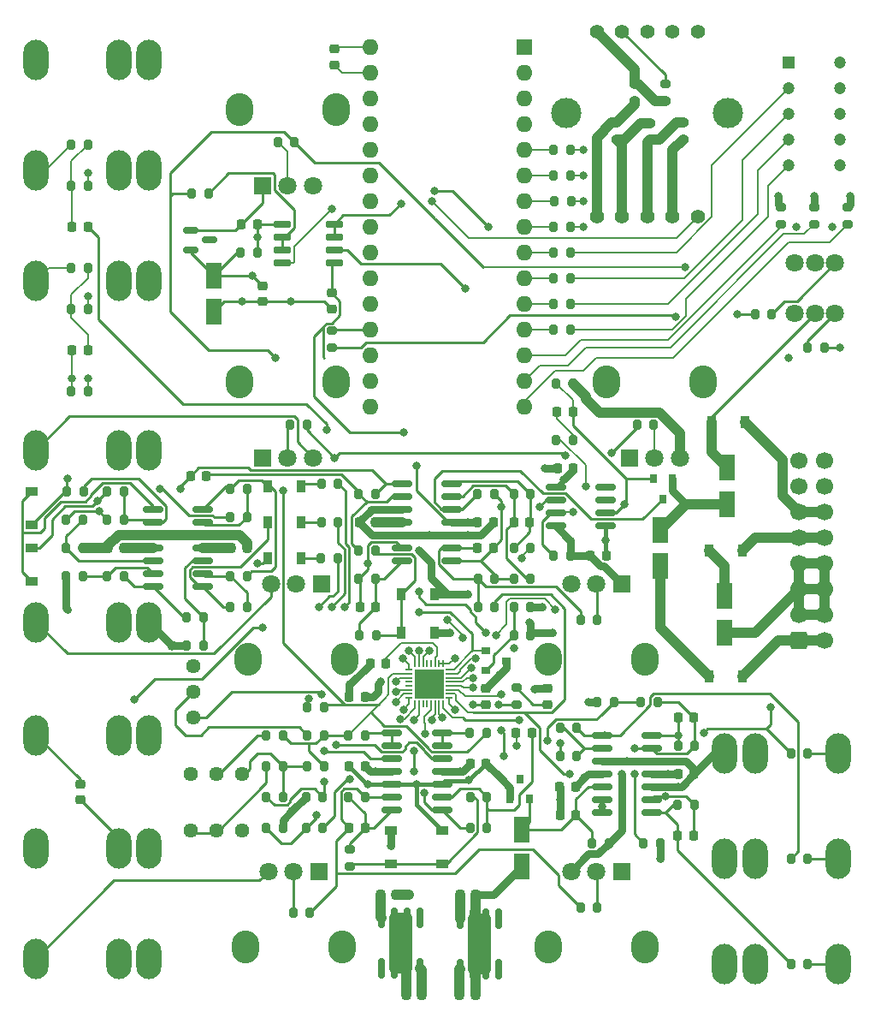
<source format=gbr>
%TF.GenerationSoftware,KiCad,Pcbnew,7.0.2*%
%TF.CreationDate,2023-06-19T11:50:49-04:00*%
%TF.ProjectId,SSI2130_Oscillator,53534932-3133-4305-9f4f-7363696c6c61,rev?*%
%TF.SameCoordinates,Original*%
%TF.FileFunction,Copper,L4,Bot*%
%TF.FilePolarity,Positive*%
%FSLAX46Y46*%
G04 Gerber Fmt 4.6, Leading zero omitted, Abs format (unit mm)*
G04 Created by KiCad (PCBNEW 7.0.2) date 2023-06-19 11:50:49*
%MOMM*%
%LPD*%
G01*
G04 APERTURE LIST*
G04 Aperture macros list*
%AMRoundRect*
0 Rectangle with rounded corners*
0 $1 Rounding radius*
0 $2 $3 $4 $5 $6 $7 $8 $9 X,Y pos of 4 corners*
0 Add a 4 corners polygon primitive as box body*
4,1,4,$2,$3,$4,$5,$6,$7,$8,$9,$2,$3,0*
0 Add four circle primitives for the rounded corners*
1,1,$1+$1,$2,$3*
1,1,$1+$1,$4,$5*
1,1,$1+$1,$6,$7*
1,1,$1+$1,$8,$9*
0 Add four rect primitives between the rounded corners*
20,1,$1+$1,$2,$3,$4,$5,0*
20,1,$1+$1,$4,$5,$6,$7,0*
20,1,$1+$1,$6,$7,$8,$9,0*
20,1,$1+$1,$8,$9,$2,$3,0*%
G04 Aperture macros list end*
%TA.AperFunction,SMDPad,CuDef*%
%ADD10RoundRect,0.200000X-0.200000X-0.275000X0.200000X-0.275000X0.200000X0.275000X-0.200000X0.275000X0*%
%TD*%
%TA.AperFunction,ComponentPad*%
%ADD11C,1.800000*%
%TD*%
%TA.AperFunction,SMDPad,CuDef*%
%ADD12RoundRect,0.200000X0.200000X0.275000X-0.200000X0.275000X-0.200000X-0.275000X0.200000X-0.275000X0*%
%TD*%
%TA.AperFunction,SMDPad,CuDef*%
%ADD13RoundRect,0.150000X-0.587500X-0.150000X0.587500X-0.150000X0.587500X0.150000X-0.587500X0.150000X0*%
%TD*%
%TA.AperFunction,SMDPad,CuDef*%
%ADD14RoundRect,0.150000X0.725000X0.150000X-0.725000X0.150000X-0.725000X-0.150000X0.725000X-0.150000X0*%
%TD*%
%TA.AperFunction,SMDPad,CuDef*%
%ADD15RoundRect,0.250000X-0.550000X1.050000X-0.550000X-1.050000X0.550000X-1.050000X0.550000X1.050000X0*%
%TD*%
%TA.AperFunction,SMDPad,CuDef*%
%ADD16RoundRect,0.225000X-0.250000X0.225000X-0.250000X-0.225000X0.250000X-0.225000X0.250000X0.225000X0*%
%TD*%
%TA.AperFunction,SMDPad,CuDef*%
%ADD17RoundRect,0.225000X0.250000X-0.225000X0.250000X0.225000X-0.250000X0.225000X-0.250000X-0.225000X0*%
%TD*%
%TA.AperFunction,SMDPad,CuDef*%
%ADD18RoundRect,0.225000X-0.225000X-0.250000X0.225000X-0.250000X0.225000X0.250000X-0.225000X0.250000X0*%
%TD*%
%TA.AperFunction,ComponentPad*%
%ADD19R,1.200000X1.200000*%
%TD*%
%TA.AperFunction,ComponentPad*%
%ADD20C,1.200000*%
%TD*%
%TA.AperFunction,ComponentPad*%
%ADD21O,2.500000X4.000000*%
%TD*%
%TA.AperFunction,ComponentPad*%
%ADD22C,1.440000*%
%TD*%
%TA.AperFunction,ComponentPad*%
%ADD23O,2.720000X3.240000*%
%TD*%
%TA.AperFunction,ComponentPad*%
%ADD24R,1.800000X1.800000*%
%TD*%
%TA.AperFunction,ComponentPad*%
%ADD25C,1.400000*%
%TD*%
%TA.AperFunction,ComponentPad*%
%ADD26C,3.000000*%
%TD*%
%TA.AperFunction,ComponentPad*%
%ADD27R,1.600000X1.600000*%
%TD*%
%TA.AperFunction,ComponentPad*%
%ADD28O,1.600000X1.600000*%
%TD*%
%TA.AperFunction,SMDPad,CuDef*%
%ADD29RoundRect,0.225000X0.225000X0.250000X-0.225000X0.250000X-0.225000X-0.250000X0.225000X-0.250000X0*%
%TD*%
%TA.AperFunction,SMDPad,CuDef*%
%ADD30R,0.900000X1.200000*%
%TD*%
%TA.AperFunction,SMDPad,CuDef*%
%ADD31R,0.800000X0.900000*%
%TD*%
%TA.AperFunction,SMDPad,CuDef*%
%ADD32R,0.900000X0.800000*%
%TD*%
%TA.AperFunction,SMDPad,CuDef*%
%ADD33RoundRect,0.200000X-0.275000X0.200000X-0.275000X-0.200000X0.275000X-0.200000X0.275000X0.200000X0*%
%TD*%
%TA.AperFunction,SMDPad,CuDef*%
%ADD34RoundRect,0.200000X0.275000X-0.200000X0.275000X0.200000X-0.275000X0.200000X-0.275000X-0.200000X0*%
%TD*%
%TA.AperFunction,SMDPad,CuDef*%
%ADD35RoundRect,0.150000X-0.825000X-0.150000X0.825000X-0.150000X0.825000X0.150000X-0.825000X0.150000X0*%
%TD*%
%TA.AperFunction,SMDPad,CuDef*%
%ADD36RoundRect,0.150000X-0.150000X0.825000X-0.150000X-0.825000X0.150000X-0.825000X0.150000X0.825000X0*%
%TD*%
%TA.AperFunction,SMDPad,CuDef*%
%ADD37R,1.200000X0.900000*%
%TD*%
%TA.AperFunction,ComponentPad*%
%ADD38RoundRect,0.250000X-0.600000X-0.600000X0.600000X-0.600000X0.600000X0.600000X-0.600000X0.600000X0*%
%TD*%
%TA.AperFunction,ComponentPad*%
%ADD39C,1.700000*%
%TD*%
%TA.AperFunction,SMDPad,CuDef*%
%ADD40RoundRect,0.050000X-0.300000X-0.050000X0.300000X-0.050000X0.300000X0.050000X-0.300000X0.050000X0*%
%TD*%
%TA.AperFunction,SMDPad,CuDef*%
%ADD41RoundRect,0.050000X-0.050000X-0.300000X0.050000X-0.300000X0.050000X0.300000X-0.050000X0.300000X0*%
%TD*%
%TA.AperFunction,SMDPad,CuDef*%
%ADD42R,2.900000X2.900000*%
%TD*%
%TA.AperFunction,ViaPad*%
%ADD43C,0.800000*%
%TD*%
%TA.AperFunction,ViaPad*%
%ADD44C,1.000000*%
%TD*%
%TA.AperFunction,Conductor*%
%ADD45C,0.250000*%
%TD*%
%TA.AperFunction,Conductor*%
%ADD46C,0.200000*%
%TD*%
%TA.AperFunction,Conductor*%
%ADD47C,1.000000*%
%TD*%
%TA.AperFunction,Conductor*%
%ADD48C,0.750000*%
%TD*%
%TA.AperFunction,Conductor*%
%ADD49C,0.400000*%
%TD*%
G04 APERTURE END LIST*
D10*
%TO.P,R57,1*%
%TO.N,VOLT_PER_OCTAVE*%
X103378000Y-55626000D03*
%TO.P,R57,2*%
%TO.N,Net-(R57-Pad2)*%
X105028000Y-55626000D03*
%TD*%
D11*
%TO.P,SW1,1,A*%
%TO.N,unconnected-(SW1-A-Pad1)*%
X107292000Y-50615000D03*
%TO.P,SW1,2,B*%
%TO.N,Net-(U6A--)*%
X109292000Y-50615000D03*
%TO.P,SW1,3,C*%
%TO.N,Net-(R57-Pad2)*%
X111292000Y-50615000D03*
%TO.P,SW1,4,A*%
%TO.N,unconnected-(SW1-A-Pad4)*%
X107292000Y-55615000D03*
%TO.P,SW1,5,B*%
%TO.N,ARDUINOPOWER*%
X109292000Y-55615000D03*
%TO.P,SW1,6,C*%
%TO.N,Net-(R90-Pad2)*%
X111292000Y-55615000D03*
%TD*%
D12*
%TO.P,R90,1*%
%TO.N,Net-(D16-A)*%
X110236000Y-58928000D03*
%TO.P,R90,2*%
%TO.N,Net-(R90-Pad2)*%
X108586000Y-58928000D03*
%TD*%
D13*
%TO.P,U10,1,K*%
%TO.N,Net-(U10-K)*%
X47498000Y-49276000D03*
%TO.P,U10,2,A*%
%TO.N,GND*%
X47498000Y-47376000D03*
%TO.P,U10,3*%
%TO.N,N/C*%
X49373000Y-48326000D03*
%TD*%
D14*
%TO.P,U6,1*%
%TO.N,Net-(U6A--)*%
X61722000Y-46736000D03*
%TO.P,U6,2,-*%
X61722000Y-48006000D03*
%TO.P,U6,3,+*%
%TO.N,Main_VPO*%
X61722000Y-49276000D03*
%TO.P,U6,4,V-*%
%TO.N,-12V*%
X61722000Y-50546000D03*
%TO.P,U6,5,+*%
%TO.N,Net-(S1-C_1)*%
X56572000Y-50546000D03*
%TO.P,U6,6,-*%
%TO.N,OCTAVE_SHIFT*%
X56572000Y-49276000D03*
%TO.P,U6,7*%
X56572000Y-48006000D03*
%TO.P,U6,8,V+*%
%TO.N,+12V*%
X56572000Y-46736000D03*
%TD*%
D12*
%TO.P,R89,1*%
%TO.N,+12V*%
X54102000Y-49530000D03*
%TO.P,R89,2*%
%TO.N,Net-(U10-K)*%
X52452000Y-49530000D03*
%TD*%
%TO.P,R58,1*%
%TO.N,VOLT_PER_OCTAVE*%
X60706000Y-94488000D03*
%TO.P,R58,2*%
%TO.N,-5V*%
X59056000Y-94488000D03*
%TD*%
D15*
%TO.P,C40,1*%
%TO.N,Net-(U10-K)*%
X49784000Y-51816000D03*
%TO.P,C40,2*%
%TO.N,GND*%
X49784000Y-55416000D03*
%TD*%
D16*
%TO.P,C33,1*%
%TO.N,Net-(U10-K)*%
X54610000Y-52832000D03*
%TO.P,C33,2*%
%TO.N,GND*%
X54610000Y-54382000D03*
%TD*%
D17*
%TO.P,C32,1*%
%TO.N,GND*%
X61468000Y-55118000D03*
%TO.P,C32,2*%
%TO.N,-12V*%
X61468000Y-53568000D03*
%TD*%
D18*
%TO.P,C30,1*%
%TO.N,GND*%
X52552000Y-46736000D03*
%TO.P,C30,2*%
%TO.N,+12V*%
X54102000Y-46736000D03*
%TD*%
D19*
%TO.P,DS1,1,1*%
%TO.N,GND*%
X106680000Y-30734000D03*
D20*
%TO.P,DS1,2,2*%
%TO.N,F*%
X106680000Y-33274000D03*
%TO.P,DS1,3,3*%
%TO.N,G*%
X106680000Y-35814000D03*
%TO.P,DS1,4,4*%
%TO.N,E*%
X106680000Y-38354000D03*
%TO.P,DS1,5,5*%
%TO.N,D*%
X106680000Y-40894000D03*
%TO.P,DS1,6,6*%
%TO.N,GND*%
X111760000Y-40894000D03*
%TO.P,DS1,7,7*%
%TO.N,DP*%
X111760000Y-38354000D03*
%TO.P,DS1,8,8*%
%TO.N,C*%
X111760000Y-35814000D03*
%TO.P,DS1,9,9*%
%TO.N,B*%
X111760000Y-33274000D03*
%TO.P,DS1,10,10*%
%TO.N,A*%
X111760000Y-30734000D03*
%TD*%
D21*
%TO.P,J2,1,1*%
%TO.N,GND*%
X43386000Y-119380000D03*
%TO.P,J2,2,2*%
X40386000Y-119380000D03*
%TO.P,J2,3,3*%
%TO.N,Net-(J2-Pad3)*%
X32186000Y-119380000D03*
%TD*%
%TO.P,J3,1,1*%
%TO.N,GND*%
X43386000Y-69088000D03*
%TO.P,J3,2,2*%
X40386000Y-69088000D03*
%TO.P,J3,3,3*%
%TO.N,Net-(J3-Pad3)*%
X32186000Y-69088000D03*
%TD*%
%TO.P,J6,1,1*%
%TO.N,GND*%
X43386000Y-97282000D03*
%TO.P,J6,2,2*%
%TO.N,unconnected-(J6-Pad2)*%
X40386000Y-97282000D03*
%TO.P,J6,3,3*%
%TO.N,Net-(C1-Pad2)*%
X32186000Y-97282000D03*
%TD*%
%TO.P,J7,1,1*%
%TO.N,GND*%
X100378000Y-109474000D03*
%TO.P,J7,2,2*%
%TO.N,unconnected-(J7-Pad2)*%
X103378000Y-109474000D03*
%TO.P,J7,3,3*%
%TO.N,SIN_OUT*%
X111578000Y-109474000D03*
%TD*%
%TO.P,J8,1,1*%
%TO.N,GND*%
X100378000Y-99060000D03*
%TO.P,J8,2,2*%
%TO.N,unconnected-(J8-Pad2)*%
X103378000Y-99060000D03*
%TO.P,J8,3,3*%
%TO.N,SQUARE_OUT*%
X111578000Y-99060000D03*
%TD*%
%TO.P,J9,1,1*%
%TO.N,GND*%
X100378000Y-119888000D03*
%TO.P,J9,2,2*%
%TO.N,unconnected-(J9-Pad2)*%
X103378000Y-119888000D03*
%TO.P,J9,3,3*%
%TO.N,MIX_OUT*%
X111578000Y-119888000D03*
%TD*%
%TO.P,J10,1,1*%
%TO.N,GND*%
X43386000Y-41402000D03*
%TO.P,J10,2,2*%
%TO.N,unconnected-(J10-Pad2)*%
X40386000Y-41402000D03*
%TO.P,J10,3,3*%
%TO.N,Net-(J10-Pad3)*%
X32186000Y-41402000D03*
%TD*%
%TO.P,J11,1,1*%
%TO.N,GND*%
X43386000Y-52324000D03*
%TO.P,J11,2,2*%
%TO.N,unconnected-(J11-Pad2)*%
X40386000Y-52324000D03*
%TO.P,J11,3,3*%
%TO.N,Net-(J11-Pad3)*%
X32186000Y-52324000D03*
%TD*%
%TO.P,J12,1,1*%
%TO.N,GND*%
X43386000Y-30480000D03*
%TO.P,J12,2,2*%
X40386000Y-30480000D03*
%TO.P,J12,3,3*%
%TO.N,Net-(U3B-+)*%
X32186000Y-30480000D03*
%TD*%
D22*
%TO.P,RV1,1,1*%
%TO.N,VREF*%
X52578000Y-101092000D03*
%TO.P,RV1,2,2*%
%TO.N,Net-(R43-Pad1)*%
X50038000Y-101092000D03*
%TO.P,RV1,3,3*%
%TO.N,GND*%
X47498000Y-101092000D03*
%TD*%
%TO.P,RV2,1,1*%
%TO.N,Net-(U11-EXPO_SCALE)*%
X52578000Y-106680000D03*
%TO.P,RV2,2,2*%
%TO.N,Net-(R45-Pad2)*%
X50038000Y-106680000D03*
%TO.P,RV2,3,3*%
X47498000Y-106680000D03*
%TD*%
D23*
%TO.P,RV4,*%
%TO.N,*%
X62498000Y-118244000D03*
X52898000Y-118244000D03*
D24*
%TO.P,RV4,1,1*%
%TO.N,GND*%
X60198000Y-110744000D03*
D11*
%TO.P,RV4,2,2*%
%TO.N,PWM_CV*%
X57698000Y-110744000D03*
%TO.P,RV4,3,3*%
%TO.N,Net-(J2-Pad3)*%
X55198000Y-110744000D03*
%TD*%
D23*
%TO.P,RV5,*%
%TO.N,*%
X92470000Y-118244000D03*
X82870000Y-118244000D03*
D24*
%TO.P,RV5,1,1*%
%TO.N,GND*%
X90170000Y-110744000D03*
D11*
%TO.P,RV5,2,2*%
%TO.N,PWM_OFFSET*%
X87670000Y-110744000D03*
%TO.P,RV5,3,3*%
%TO.N,+5V*%
X85170000Y-110744000D03*
%TD*%
D23*
%TO.P,RV6,*%
%TO.N,*%
X52310000Y-62350000D03*
X61910000Y-62350000D03*
D24*
%TO.P,RV6,1,1*%
%TO.N,GND*%
X54610000Y-69850000D03*
D11*
%TO.P,RV6,2,2*%
%TO.N,MIX_CV*%
X57110000Y-69850000D03*
%TO.P,RV6,3,3*%
%TO.N,Net-(J3-Pad3)*%
X59610000Y-69850000D03*
%TD*%
D23*
%TO.P,RV7,*%
%TO.N,*%
X88632000Y-62350000D03*
X98232000Y-62350000D03*
D24*
%TO.P,RV7,1,1*%
%TO.N,-5V*%
X90932000Y-69850000D03*
D11*
%TO.P,RV7,2,2*%
%TO.N,MIX_OFFSET*%
X93432000Y-69850000D03*
%TO.P,RV7,3,3*%
%TO.N,+5V*%
X95932000Y-69850000D03*
%TD*%
D23*
%TO.P,RV8,*%
%TO.N,*%
X62752000Y-89796000D03*
X53152000Y-89796000D03*
D24*
%TO.P,RV8,1,1*%
%TO.N,GND*%
X60452000Y-82296000D03*
D11*
%TO.P,RV8,2,2*%
%TO.N,Net-(U3C-+)*%
X57952000Y-82296000D03*
%TO.P,RV8,3,3*%
%TO.N,Net-(J4-Pad3)*%
X55452000Y-82296000D03*
%TD*%
D23*
%TO.P,RV9,*%
%TO.N,*%
X92470000Y-89796000D03*
X82870000Y-89796000D03*
D24*
%TO.P,RV9,1,1*%
%TO.N,GND*%
X90170000Y-82296000D03*
D11*
%TO.P,RV9,2,2*%
%TO.N,TZFM_TZPM_IN*%
X87670000Y-82296000D03*
%TO.P,RV9,3,3*%
%TO.N,Net-(J5-Pad3)*%
X85170000Y-82296000D03*
%TD*%
D23*
%TO.P,RV11,*%
%TO.N,*%
X52310000Y-35426000D03*
X61910000Y-35426000D03*
D24*
%TO.P,RV11,1,1*%
%TO.N,GND*%
X54610000Y-42926000D03*
D11*
%TO.P,RV11,2,2*%
%TO.N,CENTER_PITCH*%
X57110000Y-42926000D03*
%TO.P,RV11,3,3*%
%TO.N,+5V*%
X59610000Y-42926000D03*
%TD*%
D25*
%TO.P,S1,1,C_1*%
%TO.N,Net-(S1-C_1)*%
X97710000Y-45980000D03*
%TO.P,S1,2,2*%
%TO.N,GND*%
X95210000Y-45980000D03*
%TO.P,S1,3,3*%
%TO.N,Net-(R82-Pad1)*%
X92710000Y-45980000D03*
%TO.P,S1,4,4*%
%TO.N,Net-(R79-Pad1)*%
X90210000Y-45980000D03*
%TO.P,S1,5,5*%
%TO.N,Net-(R77-Pad1)*%
X87710000Y-45980000D03*
%TO.P,S1,6,6*%
%TO.N,Net-(R68-Pad1)*%
X87710000Y-27680000D03*
%TO.P,S1,7,7*%
%TO.N,Net-(U10-K)*%
X90210000Y-27680000D03*
%TO.P,S1,8,8*%
%TO.N,unconnected-(S1-Pad8)*%
X92710000Y-27680000D03*
%TO.P,S1,9,9*%
%TO.N,unconnected-(S1-Pad9)*%
X95210000Y-27680000D03*
%TO.P,S1,10,C_2*%
%TO.N,unconnected-(S1-C_2-Pad10)*%
X97710000Y-27680000D03*
D26*
%TO.P,S1,MH1,MH1*%
%TO.N,unconnected-(S1-PadMH1)*%
X84710000Y-35730000D03*
%TO.P,S1,MH2,MH2*%
%TO.N,unconnected-(S1-PadMH2)*%
X100710000Y-35730000D03*
%TD*%
D21*
%TO.P,J5,1,1*%
%TO.N,GND*%
X43386000Y-108458000D03*
%TO.P,J5,2,2*%
%TO.N,Net-(C1-Pad1)*%
X40386000Y-108458000D03*
%TO.P,J5,3,3*%
%TO.N,Net-(J5-Pad3)*%
X32186000Y-108458000D03*
%TD*%
D22*
%TO.P,RV3,1,1*%
%TO.N,GND*%
X47752000Y-90424000D03*
%TO.P,RV3,2,2*%
%TO.N,HFTRIM*%
X47752000Y-92964000D03*
%TO.P,RV3,3,3*%
%TO.N,Net-(U11-HF_TRACK)*%
X47752000Y-95504000D03*
%TD*%
D21*
%TO.P,J4,1,1*%
%TO.N,GND*%
X43386000Y-86106000D03*
%TO.P,J4,2,2*%
X40386000Y-86106000D03*
%TO.P,J4,3,3*%
%TO.N,Net-(J4-Pad3)*%
X32186000Y-86106000D03*
%TD*%
D27*
%TO.P,A1,1,D1/TX*%
%TO.N,unconnected-(A1-D1{slash}TX-Pad1)*%
X80518000Y-29210000D03*
D28*
%TO.P,A1,2,D0/RX*%
%TO.N,unconnected-(A1-D0{slash}RX-Pad2)*%
X80518000Y-31750000D03*
%TO.P,A1,3,~{RESET}*%
%TO.N,unconnected-(A1-~{RESET}-Pad3)*%
X80518000Y-34290000D03*
%TO.P,A1,4,GND*%
%TO.N,GND*%
X80518000Y-36830000D03*
%TO.P,A1,5,D2*%
%TO.N,Net-(A1-D2)*%
X80518000Y-39370000D03*
%TO.P,A1,6,D3*%
%TO.N,Net-(A1-D3)*%
X80518000Y-41910000D03*
%TO.P,A1,7,D4*%
%TO.N,Net-(A1-D4)*%
X80518000Y-44450000D03*
%TO.P,A1,8,D5*%
%TO.N,Net-(A1-D5)*%
X80518000Y-46990000D03*
%TO.P,A1,9,D6*%
%TO.N,Net-(A1-D6)*%
X80518000Y-49530000D03*
%TO.P,A1,10,D7*%
%TO.N,Net-(A1-D7)*%
X80518000Y-52070000D03*
%TO.P,A1,11,D8*%
%TO.N,Net-(A1-D8)*%
X80518000Y-54610000D03*
%TO.P,A1,12,D9*%
%TO.N,Net-(A1-D9)*%
X80518000Y-57150000D03*
%TO.P,A1,13,D10*%
%TO.N,Net-(A1-D10)*%
X80518000Y-59690000D03*
%TO.P,A1,14,D11*%
%TO.N,Net-(A1-D11)*%
X80518000Y-62230000D03*
%TO.P,A1,15,D12*%
%TO.N,Net-(A1-D12)*%
X80518000Y-64770000D03*
%TO.P,A1,16,D13*%
%TO.N,unconnected-(A1-D13-Pad16)*%
X65278000Y-64770000D03*
%TO.P,A1,17,3V3*%
%TO.N,unconnected-(A1-3V3-Pad17)*%
X65278000Y-62230000D03*
%TO.P,A1,18,AREF*%
%TO.N,unconnected-(A1-AREF-Pad18)*%
X65278000Y-59690000D03*
%TO.P,A1,19,A0*%
%TO.N,Net-(A1-A0)*%
X65278000Y-57150000D03*
%TO.P,A1,20,A1*%
%TO.N,unconnected-(A1-A1-Pad20)*%
X65278000Y-54610000D03*
%TO.P,A1,21,A2*%
%TO.N,unconnected-(A1-A2-Pad21)*%
X65278000Y-52070000D03*
%TO.P,A1,22,A3*%
%TO.N,unconnected-(A1-A3-Pad22)*%
X65278000Y-49530000D03*
%TO.P,A1,23,A4*%
%TO.N,unconnected-(A1-A4-Pad23)*%
X65278000Y-46990000D03*
%TO.P,A1,24,A5*%
%TO.N,unconnected-(A1-A5-Pad24)*%
X65278000Y-44450000D03*
%TO.P,A1,25,A6*%
%TO.N,unconnected-(A1-A6-Pad25)*%
X65278000Y-41910000D03*
%TO.P,A1,26,A7*%
%TO.N,unconnected-(A1-A7-Pad26)*%
X65278000Y-39370000D03*
%TO.P,A1,27,+5V*%
%TO.N,unconnected-(A1-+5V-Pad27)*%
X65278000Y-36830000D03*
%TO.P,A1,28,~{RESET}*%
%TO.N,unconnected-(A1-~{RESET}-Pad28)*%
X65278000Y-34290000D03*
%TO.P,A1,29,GND*%
%TO.N,GND*%
X65278000Y-31750000D03*
%TO.P,A1,30,VIN*%
%TO.N,ARDUINOPOWER*%
X65278000Y-29210000D03*
%TD*%
D15*
%TO.P,C2,1*%
%TO.N,ARDUINOPOWER*%
X100584000Y-70822000D03*
%TO.P,C2,2*%
%TO.N,GND*%
X100584000Y-74422000D03*
%TD*%
%TO.P,C3,1*%
%TO.N,+12V*%
X100330000Y-83544000D03*
%TO.P,C3,2*%
%TO.N,GND*%
X100330000Y-87144000D03*
%TD*%
%TO.P,C4,1*%
%TO.N,GND*%
X93980000Y-76962000D03*
%TO.P,C4,2*%
%TO.N,-12V*%
X93980000Y-80562000D03*
%TD*%
D29*
%TO.P,C5,1*%
%TO.N,+12V*%
X88646000Y-79502000D03*
%TO.P,C5,2*%
%TO.N,GND*%
X87096000Y-79502000D03*
%TD*%
D18*
%TO.P,C6,1*%
%TO.N,GND*%
X83807000Y-70866000D03*
%TO.P,C6,2*%
%TO.N,-12V*%
X85357000Y-70866000D03*
%TD*%
D29*
%TO.P,C7,1*%
%TO.N,Net-(U9--)*%
X77470000Y-78740000D03*
%TO.P,C7,2*%
%TO.N,Net-(U1D--)*%
X75920000Y-78740000D03*
%TD*%
D18*
%TO.P,C8,1*%
%TO.N,+12V*%
X74142000Y-122936000D03*
%TO.P,C8,2*%
%TO.N,GND*%
X75692000Y-122936000D03*
%TD*%
D29*
%TO.P,C9,1*%
%TO.N,GND*%
X70384000Y-122936000D03*
%TO.P,C9,2*%
%TO.N,-12V*%
X68834000Y-122936000D03*
%TD*%
%TO.P,C10,1*%
%TO.N,Net-(C10-Pad1)*%
X81052000Y-76200000D03*
%TO.P,C10,2*%
%TO.N,Net-(U1C--)*%
X79502000Y-76200000D03*
%TD*%
%TO.P,C11,1*%
%TO.N,TIME_REVERSE*%
X85344000Y-65278000D03*
%TO.P,C11,2*%
%TO.N,Net-(C11-Pad2)*%
X83794000Y-65278000D03*
%TD*%
%TO.P,C13,1*%
%TO.N,GND*%
X67844000Y-113030000D03*
%TO.P,C13,2*%
%TO.N,-5V*%
X66294000Y-113030000D03*
%TD*%
%TO.P,C14,1*%
%TO.N,Net-(U4A-+)*%
X85624000Y-105156000D03*
%TO.P,C14,2*%
%TO.N,GND*%
X84074000Y-105156000D03*
%TD*%
D15*
%TO.P,C15,1*%
%TO.N,Net-(U4A-+)*%
X80264000Y-106636000D03*
%TO.P,C15,2*%
%TO.N,GND*%
X80264000Y-110236000D03*
%TD*%
D18*
%TO.P,C16,1*%
%TO.N,GND*%
X64236000Y-76200000D03*
%TO.P,C16,2*%
%TO.N,+12V*%
X65786000Y-76200000D03*
%TD*%
D29*
%TO.P,C17,1*%
%TO.N,GND*%
X77470000Y-76200000D03*
%TO.P,C17,2*%
%TO.N,-12V*%
X75920000Y-76200000D03*
%TD*%
D18*
%TO.P,C18,1*%
%TO.N,GND*%
X39344000Y-78740000D03*
%TO.P,C18,2*%
%TO.N,+12V*%
X40894000Y-78740000D03*
%TD*%
D29*
%TO.P,C19,1*%
%TO.N,GND*%
X53086000Y-78740000D03*
%TO.P,C19,2*%
%TO.N,-12V*%
X51536000Y-78740000D03*
%TD*%
%TO.P,C20,1*%
%TO.N,Net-(C20-Pad1)*%
X65812000Y-84582000D03*
%TO.P,C20,2*%
%TO.N,Net-(U1A--)*%
X64262000Y-84582000D03*
%TD*%
%TO.P,C21,1*%
%TO.N,Net-(U11-SOFT_SYNC)*%
X37338000Y-46990000D03*
%TO.P,C21,2*%
%TO.N,SOFT_SYNC*%
X35788000Y-46990000D03*
%TD*%
D18*
%TO.P,C23,1*%
%TO.N,Net-(Q2-E)*%
X35788000Y-59182000D03*
%TO.P,C23,2*%
%TO.N,HARD_SYNC*%
X37338000Y-59182000D03*
%TD*%
%TO.P,C24,1*%
%TO.N,GND*%
X63220000Y-100330000D03*
%TO.P,C24,2*%
%TO.N,+12V*%
X64770000Y-100330000D03*
%TD*%
D29*
%TO.P,C25,1*%
%TO.N,GND*%
X76734000Y-100076000D03*
%TO.P,C25,2*%
%TO.N,-12V*%
X75184000Y-100076000D03*
%TD*%
%TO.P,C26,1*%
%TO.N,Net-(U11-TCAP)*%
X66828000Y-90170000D03*
%TO.P,C26,2*%
%TO.N,GND*%
X65278000Y-90170000D03*
%TD*%
D18*
%TO.P,C27,1*%
%TO.N,GND*%
X84048000Y-102362000D03*
%TO.P,C27,2*%
%TO.N,+12V*%
X85598000Y-102362000D03*
%TD*%
D29*
%TO.P,C28,1*%
%TO.N,GND*%
X97308000Y-101092000D03*
%TO.P,C28,2*%
%TO.N,-12V*%
X95758000Y-101092000D03*
%TD*%
%TO.P,C34,1*%
%TO.N,-5V*%
X64770000Y-93472000D03*
%TO.P,C34,2*%
%TO.N,GND*%
X63220000Y-93472000D03*
%TD*%
D18*
%TO.P,C35,1*%
%TO.N,Net-(C35-Pad1)*%
X47498000Y-71628000D03*
%TO.P,C35,2*%
%TO.N,Net-(U1B--)*%
X49048000Y-71628000D03*
%TD*%
D29*
%TO.P,C36,1*%
%TO.N,Net-(C36-Pad1)*%
X64770000Y-106426000D03*
%TO.P,C36,2*%
%TO.N,Net-(U3A--)*%
X63220000Y-106426000D03*
%TD*%
D18*
%TO.P,C37,1*%
%TO.N,PWM+*%
X79730000Y-97028000D03*
%TO.P,C37,2*%
%TO.N,Net-(U3D--)*%
X81280000Y-97028000D03*
%TD*%
%TO.P,C38,1*%
%TO.N,TUNER_SIGNAL*%
X95758000Y-95504000D03*
%TO.P,C38,2*%
%TO.N,SQO*%
X97308000Y-95504000D03*
%TD*%
%TO.P,C39,1*%
%TO.N,Net-(C39-Pad1)*%
X95732000Y-107188000D03*
%TO.P,C39,2*%
%TO.N,MIXO*%
X97282000Y-107188000D03*
%TD*%
D30*
%TO.P,D1,1,K*%
%TO.N,ARDUINOPOWER*%
X99060000Y-66294000D03*
%TO.P,D1,2,A*%
%TO.N,Net-(D1-A)*%
X102360000Y-66294000D03*
%TD*%
%TO.P,D2,1,K*%
%TO.N,+12V*%
X98808000Y-78994000D03*
%TO.P,D2,2,A*%
%TO.N,Net-(D2-A)*%
X102108000Y-78994000D03*
%TD*%
%TO.P,D3,1,K*%
%TO.N,Net-(D3-K)*%
X102106000Y-91440000D03*
%TO.P,D3,2,A*%
%TO.N,-12V*%
X98806000Y-91440000D03*
%TD*%
D31*
%TO.P,Q1,1,G*%
%TO.N,TIME_REVERSE*%
X93284000Y-71914000D03*
%TO.P,Q1,2,S*%
%TO.N,GND*%
X95184000Y-71914000D03*
%TO.P,Q1,3,D*%
%TO.N,Net-(Q1-D)*%
X94234000Y-73914000D03*
%TD*%
D32*
%TO.P,Q2,1,B*%
%TO.N,Net-(Q2-B)*%
X76740000Y-90866000D03*
%TO.P,Q2,2,E*%
%TO.N,Net-(Q2-E)*%
X76740000Y-88966000D03*
%TO.P,Q2,3,C*%
%TO.N,+5V*%
X78740000Y-89916000D03*
%TD*%
D12*
%TO.P,R2,1*%
%TO.N,PWM_OFFSET*%
X87756000Y-114300000D03*
%TO.P,R2,2*%
%TO.N,Net-(U3A--)*%
X86106000Y-114300000D03*
%TD*%
D10*
%TO.P,R3,1*%
%TO.N,MIX_CV*%
X57341000Y-66548000D03*
%TO.P,R3,2*%
%TO.N,Net-(U1A--)*%
X58991000Y-66548000D03*
%TD*%
D12*
%TO.P,R4,1*%
%TO.N,MIX_OFFSET*%
X93344000Y-66548000D03*
%TO.P,R4,2*%
%TO.N,Net-(U1A--)*%
X91694000Y-66548000D03*
%TD*%
%TO.P,R5,1*%
%TO.N,VREF*%
X77596000Y-84582000D03*
%TO.P,R5,2*%
%TO.N,Net-(U1D--)*%
X75946000Y-84582000D03*
%TD*%
%TO.P,R6,1*%
%TO.N,TZFM_TZPM_IN*%
X87756000Y-85852000D03*
%TO.P,R6,2*%
%TO.N,Net-(U1D--)*%
X86106000Y-85852000D03*
%TD*%
%TO.P,R7,1*%
%TO.N,Net-(U3A--)*%
X64770000Y-103378000D03*
%TO.P,R7,2*%
%TO.N,Net-(C36-Pad1)*%
X63120000Y-103378000D03*
%TD*%
D10*
%TO.P,R8,1*%
%TO.N,Net-(U1A--)*%
X64136000Y-81788000D03*
%TO.P,R8,2*%
%TO.N,Net-(C20-Pad1)*%
X65786000Y-81788000D03*
%TD*%
%TO.P,R9,1*%
%TO.N,Net-(U1D--)*%
X75946000Y-81788000D03*
%TO.P,R9,2*%
%TO.N,Net-(U9--)*%
X77596000Y-81788000D03*
%TD*%
D33*
%TO.P,R10,1*%
%TO.N,Net-(C36-Pad1)*%
X63246000Y-108586000D03*
%TO.P,R10,2*%
%TO.N,Net-(D6-K)*%
X63246000Y-110236000D03*
%TD*%
D10*
%TO.P,R11,1*%
%TO.N,Net-(C20-Pad1)*%
X64199000Y-87376000D03*
%TO.P,R11,2*%
%TO.N,Net-(D4-A)*%
X65849000Y-87376000D03*
%TD*%
%TO.P,R12,1*%
%TO.N,Net-(U9--)*%
X79502000Y-81788000D03*
%TO.P,R12,2*%
%TO.N,Net-(U1C--)*%
X81152000Y-81788000D03*
%TD*%
D12*
%TO.P,R13,1*%
%TO.N,Net-(U9--)*%
X77533000Y-73406000D03*
%TO.P,R13,2*%
%TO.N,Net-(Q1-D)*%
X75883000Y-73406000D03*
%TD*%
%TO.P,R15,1*%
%TO.N,Net-(D4-A)*%
X65786000Y-78994000D03*
%TO.P,R15,2*%
%TO.N,Net-(U1B--)*%
X64136000Y-78994000D03*
%TD*%
%TO.P,R16,1*%
%TO.N,GND*%
X85090000Y-79502000D03*
%TO.P,R16,2*%
%TO.N,Net-(U9-+)*%
X83440000Y-79502000D03*
%TD*%
D10*
%TO.P,R17,1*%
%TO.N,Net-(D6-K)*%
X75184000Y-103378000D03*
%TO.P,R17,2*%
%TO.N,Net-(U3D--)*%
X76834000Y-103378000D03*
%TD*%
%TO.P,R18,1*%
%TO.N,Net-(U1B--)*%
X64136000Y-73406000D03*
%TO.P,R18,2*%
%TO.N,Net-(C35-Pad1)*%
X65786000Y-73406000D03*
%TD*%
D12*
%TO.P,R19,1*%
%TO.N,LIN_FREQ*%
X81152000Y-78740000D03*
%TO.P,R19,2*%
%TO.N,Net-(C10-Pad1)*%
X79502000Y-78740000D03*
%TD*%
D10*
%TO.P,R20,1*%
%TO.N,Net-(U9-+)*%
X83694000Y-68072000D03*
%TO.P,R20,2*%
%TO.N,Net-(C11-Pad2)*%
X85344000Y-68072000D03*
%TD*%
D12*
%TO.P,R21,1*%
%TO.N,Net-(U3D--)*%
X76834000Y-106426000D03*
%TO.P,R21,2*%
%TO.N,PWM+*%
X75184000Y-106426000D03*
%TD*%
D10*
%TO.P,R22,1*%
%TO.N,Net-(C35-Pad1)*%
X39244000Y-75946000D03*
%TO.P,R22,2*%
%TO.N,Net-(U2B--)*%
X40894000Y-75946000D03*
%TD*%
%TO.P,R23,1*%
%TO.N,TIME_REVERSE*%
X83694000Y-62484000D03*
%TO.P,R23,2*%
%TO.N,+5V*%
X85344000Y-62484000D03*
%TD*%
D12*
%TO.P,R24,1*%
%TO.N,Net-(U2B--)*%
X36893000Y-73152000D03*
%TO.P,R24,2*%
%TO.N,Net-(D10-A)*%
X35243000Y-73152000D03*
%TD*%
%TO.P,R25,1*%
%TO.N,Net-(U2B--)*%
X40894000Y-73152000D03*
%TO.P,R25,2*%
%TO.N,Net-(D9-A)*%
X39244000Y-73152000D03*
%TD*%
%TO.P,R26,1*%
%TO.N,Net-(U2A-+)*%
X36830000Y-75946000D03*
%TO.P,R26,2*%
%TO.N,Net-(C35-Pad1)*%
X35180000Y-75946000D03*
%TD*%
%TO.P,R27,1*%
%TO.N,TRI_MIX*%
X62039000Y-79756000D03*
%TO.P,R27,2*%
%TO.N,Net-(D10-K)*%
X60389000Y-79756000D03*
%TD*%
%TO.P,R28,1*%
%TO.N,Net-(U2C--)*%
X53086000Y-75692000D03*
%TO.P,R28,2*%
%TO.N,Net-(D9-A)*%
X51436000Y-75692000D03*
%TD*%
%TO.P,R29,1*%
%TO.N,Net-(U2A--)*%
X36830000Y-81534000D03*
%TO.P,R29,2*%
%TO.N,-5V*%
X35180000Y-81534000D03*
%TD*%
%TO.P,R30,1*%
%TO.N,GND*%
X36830000Y-78740000D03*
%TO.P,R30,2*%
%TO.N,Net-(U2A-+)*%
X35180000Y-78740000D03*
%TD*%
D10*
%TO.P,R31,1*%
%TO.N,Net-(D11-A)*%
X51436000Y-72898000D03*
%TO.P,R31,2*%
%TO.N,Net-(U2C--)*%
X53086000Y-72898000D03*
%TD*%
%TO.P,R32,1*%
%TO.N,Net-(U2A--)*%
X39244000Y-81534000D03*
%TO.P,R32,2*%
%TO.N,Net-(R32-Pad2)*%
X40894000Y-81534000D03*
%TD*%
%TO.P,R33,1*%
%TO.N,Net-(U2D--)*%
X51436000Y-81534000D03*
%TO.P,R33,2*%
%TO.N,Net-(D11-A)*%
X53086000Y-81534000D03*
%TD*%
%TO.P,R34,1*%
%TO.N,Net-(R32-Pad2)*%
X47118000Y-85598000D03*
%TO.P,R34,2*%
%TO.N,Net-(U2D-+)*%
X48768000Y-85598000D03*
%TD*%
%TO.P,R35,1*%
%TO.N,GND*%
X47118000Y-88392000D03*
%TO.P,R35,2*%
%TO.N,Net-(U2D-+)*%
X48768000Y-88392000D03*
%TD*%
%TO.P,R36,1*%
%TO.N,Net-(D12-A)*%
X51436000Y-84582000D03*
%TO.P,R36,2*%
%TO.N,Net-(U2D--)*%
X53086000Y-84582000D03*
%TD*%
D12*
%TO.P,R37,1*%
%TO.N,PULSE_MIX*%
X62102000Y-72390000D03*
%TO.P,R37,2*%
%TO.N,Net-(D11-K)*%
X60452000Y-72390000D03*
%TD*%
%TO.P,R38,1*%
%TO.N,SAW_MIX*%
X62102000Y-76200000D03*
%TO.P,R38,2*%
%TO.N,Net-(D12-K)*%
X60452000Y-76200000D03*
%TD*%
%TO.P,R39,1*%
%TO.N,VOLT_PER_OCTAVE*%
X57784000Y-38608000D03*
%TO.P,R39,2*%
%TO.N,CENTER_PITCH*%
X56134000Y-38608000D03*
%TD*%
D10*
%TO.P,R40,1*%
%TO.N,VOLT_PER_OCTAVE*%
X63120000Y-97282000D03*
%TO.P,R40,2*%
%TO.N,VOLT_PER_OCTAVE_IN*%
X64770000Y-97282000D03*
%TD*%
D12*
%TO.P,R41,1*%
%TO.N,VOLT_PER_OCTAVE*%
X76771000Y-97028000D03*
%TO.P,R41,2*%
%TO.N,LOG_FM_IN*%
X75121000Y-97028000D03*
%TD*%
D10*
%TO.P,R42,1*%
%TO.N,VOLT_PER_OCTAVE*%
X47626000Y-43688000D03*
%TO.P,R42,2*%
%TO.N,OCTAVE_SHIFT*%
X49276000Y-43688000D03*
%TD*%
%TO.P,R43,1*%
%TO.N,Net-(R43-Pad1)*%
X54992000Y-97282000D03*
%TO.P,R43,2*%
%TO.N,VOLT_PER_OCTAVE*%
X56642000Y-97282000D03*
%TD*%
D12*
%TO.P,R44,1*%
%TO.N,VOLT_PER_OCTAVE*%
X60706000Y-100330000D03*
%TO.P,R44,2*%
%TO.N,VREF*%
X59056000Y-100330000D03*
%TD*%
%TO.P,R45,1*%
%TO.N,VREF*%
X56642000Y-100330000D03*
%TO.P,R45,2*%
%TO.N,Net-(R45-Pad2)*%
X54992000Y-100330000D03*
%TD*%
D10*
%TO.P,R46,1*%
%TO.N,Net-(Q2-B)*%
X79502000Y-87376000D03*
%TO.P,R46,2*%
%TO.N,-5V*%
X81152000Y-87376000D03*
%TD*%
D12*
%TO.P,R47,1*%
%TO.N,TRO*%
X60578000Y-106426000D03*
%TO.P,R47,2*%
%TO.N,Net-(U11-SINE_IN+)*%
X58928000Y-106426000D03*
%TD*%
%TO.P,R48,1*%
%TO.N,GND*%
X56642000Y-106426000D03*
%TO.P,R48,2*%
%TO.N,Net-(U11-SINE_IN+)*%
X54992000Y-106426000D03*
%TD*%
%TO.P,R49,1*%
%TO.N,+5V*%
X81152000Y-84582000D03*
%TO.P,R49,2*%
%TO.N,Net-(Q2-B)*%
X79502000Y-84582000D03*
%TD*%
D10*
%TO.P,R50,1*%
%TO.N,Net-(Q2-E)*%
X35688000Y-63246000D03*
%TO.P,R50,2*%
%TO.N,GND*%
X37338000Y-63246000D03*
%TD*%
%TO.P,R52,1*%
%TO.N,GND*%
X58928000Y-103378000D03*
%TO.P,R52,2*%
%TO.N,Net-(U11-SINE_IN-)*%
X60578000Y-103378000D03*
%TD*%
D12*
%TO.P,R53,1*%
%TO.N,VOLT_PER_OCTAVE*%
X60706000Y-97282000D03*
%TO.P,R53,2*%
%TO.N,HFTRIM*%
X59056000Y-97282000D03*
%TD*%
%TO.P,R54,1*%
%TO.N,+5V*%
X88900000Y-107950000D03*
%TO.P,R54,2*%
%TO.N,Net-(U4A-+)*%
X87250000Y-107950000D03*
%TD*%
D10*
%TO.P,R55,1*%
%TO.N,+5V*%
X87758000Y-93980000D03*
%TO.P,R55,2*%
%TO.N,Net-(U11-SQUARE_OUT)*%
X89408000Y-93980000D03*
%TD*%
%TO.P,R56,1*%
%TO.N,Net-(U11-SQUARE_OUT)*%
X92076000Y-93980000D03*
%TO.P,R56,2*%
%TO.N,SQO*%
X93726000Y-93980000D03*
%TD*%
D12*
%TO.P,R59,1*%
%TO.N,Net-(U4B--)*%
X85724000Y-99314000D03*
%TO.P,R59,2*%
%TO.N,SINO*%
X84074000Y-99314000D03*
%TD*%
D10*
%TO.P,R60,1*%
%TO.N,SQO*%
X92330000Y-107950000D03*
%TO.P,R60,2*%
%TO.N,-5V*%
X93980000Y-107950000D03*
%TD*%
D12*
%TO.P,R61,1*%
%TO.N,VREF*%
X56642000Y-103378000D03*
%TO.P,R61,2*%
%TO.N,Net-(U11-SINE_IN-)*%
X54992000Y-103378000D03*
%TD*%
D10*
%TO.P,R62,1*%
%TO.N,TUNER_SIGNAL*%
X95758000Y-98298000D03*
%TO.P,R62,2*%
%TO.N,SQO*%
X97408000Y-98298000D03*
%TD*%
%TO.P,R63,1*%
%TO.N,Net-(C39-Pad1)*%
X95695000Y-104140000D03*
%TO.P,R63,2*%
%TO.N,MIXO*%
X97345000Y-104140000D03*
%TD*%
D12*
%TO.P,R64,1*%
%TO.N,Net-(R64-Pad1)*%
X85724000Y-96520000D03*
%TO.P,R64,2*%
%TO.N,Net-(U4B--)*%
X84074000Y-96520000D03*
%TD*%
%TO.P,R65,1*%
%TO.N,SQUARE_OUT*%
X108584000Y-99060000D03*
%TO.P,R65,2*%
%TO.N,TUNER_SIGNAL*%
X106934000Y-99060000D03*
%TD*%
%TO.P,R66,1*%
%TO.N,MIX_OUT*%
X108584000Y-119888000D03*
%TO.P,R66,2*%
%TO.N,Net-(C39-Pad1)*%
X106934000Y-119888000D03*
%TD*%
%TO.P,R67,1*%
%TO.N,SIN_OUT*%
X108584000Y-109474000D03*
%TO.P,R67,2*%
%TO.N,Net-(R64-Pad1)*%
X106934000Y-109474000D03*
%TD*%
D34*
%TO.P,R68,1*%
%TO.N,Net-(R68-Pad1)*%
X94488000Y-34544000D03*
%TO.P,R68,2*%
%TO.N,Net-(U10-K)*%
X94488000Y-32894000D03*
%TD*%
D10*
%TO.P,R71,1*%
%TO.N,Net-(A1-D4)*%
X83503000Y-44450000D03*
%TO.P,R71,2*%
%TO.N,C*%
X85153000Y-44450000D03*
%TD*%
%TO.P,R72,1*%
%TO.N,Net-(A1-D5)*%
X83440000Y-46990000D03*
%TO.P,R72,2*%
%TO.N,DP*%
X85090000Y-46990000D03*
%TD*%
%TO.P,R73,1*%
%TO.N,Net-(A1-D6)*%
X83440000Y-49530000D03*
%TO.P,R73,2*%
%TO.N,F*%
X85090000Y-49530000D03*
%TD*%
%TO.P,R74,1*%
%TO.N,Net-(A1-D7)*%
X83440000Y-52070000D03*
%TO.P,R74,2*%
%TO.N,G*%
X85090000Y-52070000D03*
%TD*%
%TO.P,R75,1*%
%TO.N,Net-(A1-D8)*%
X83440000Y-54610000D03*
%TO.P,R75,2*%
%TO.N,E*%
X85090000Y-54610000D03*
%TD*%
%TO.P,R76,1*%
%TO.N,Net-(A1-D9)*%
X83440000Y-57150000D03*
%TO.P,R76,2*%
%TO.N,D*%
X85090000Y-57150000D03*
%TD*%
D34*
%TO.P,R77,1*%
%TO.N,Net-(R77-Pad1)*%
X91440000Y-34544000D03*
%TO.P,R77,2*%
%TO.N,Net-(R68-Pad1)*%
X91440000Y-32894000D03*
%TD*%
D10*
%TO.P,R78,1*%
%TO.N,Net-(J10-Pad3)*%
X35688000Y-38862000D03*
%TO.P,R78,2*%
%TO.N,SOFT_SYNC*%
X37338000Y-38862000D03*
%TD*%
D34*
%TO.P,R79,1*%
%TO.N,Net-(R79-Pad1)*%
X89662000Y-38354000D03*
%TO.P,R79,2*%
%TO.N,Net-(R77-Pad1)*%
X89662000Y-36704000D03*
%TD*%
D10*
%TO.P,R80,1*%
%TO.N,Net-(J11-Pad3)*%
X35688000Y-51054000D03*
%TO.P,R80,2*%
%TO.N,HARD_SYNC*%
X37338000Y-51054000D03*
%TD*%
%TO.P,R81,1*%
%TO.N,SOFT_SYNC*%
X35688000Y-42926000D03*
%TO.P,R81,2*%
%TO.N,GND*%
X37338000Y-42926000D03*
%TD*%
D34*
%TO.P,R82,1*%
%TO.N,Net-(R82-Pad1)*%
X92964000Y-38417000D03*
%TO.P,R82,2*%
%TO.N,Net-(R79-Pad1)*%
X92964000Y-36767000D03*
%TD*%
D10*
%TO.P,R83,1*%
%TO.N,HARD_SYNC*%
X35688000Y-55118000D03*
%TO.P,R83,2*%
%TO.N,GND*%
X37338000Y-55118000D03*
%TD*%
D34*
%TO.P,R84,1*%
%TO.N,GND*%
X96266000Y-38354000D03*
%TO.P,R84,2*%
%TO.N,Net-(R82-Pad1)*%
X96266000Y-36704000D03*
%TD*%
%TO.P,R85,1*%
%TO.N,TUNER_SIGNAL*%
X61468000Y-58928000D03*
%TO.P,R85,2*%
%TO.N,Net-(A1-A0)*%
X61468000Y-57278000D03*
%TD*%
D33*
%TO.P,R86,1*%
%TO.N,Net-(D13-A)*%
X112522000Y-45086000D03*
%TO.P,R86,2*%
%TO.N,Net-(A1-D12)*%
X112522000Y-46736000D03*
%TD*%
%TO.P,R87,1*%
%TO.N,Net-(D14-A)*%
X109220000Y-45086000D03*
%TO.P,R87,2*%
%TO.N,Net-(A1-D11)*%
X109220000Y-46736000D03*
%TD*%
%TO.P,R88,1*%
%TO.N,Net-(D15-A)*%
X105918000Y-45086000D03*
%TO.P,R88,2*%
%TO.N,Net-(A1-D10)*%
X105918000Y-46736000D03*
%TD*%
D35*
%TO.P,U1,1*%
%TO.N,Net-(C20-Pad1)*%
X68391000Y-80010000D03*
%TO.P,U1,2,-*%
%TO.N,Net-(U1A--)*%
X68391000Y-78740000D03*
%TO.P,U1,3,+*%
%TO.N,GND*%
X68391000Y-77470000D03*
%TO.P,U1,4,V+*%
%TO.N,+12V*%
X68391000Y-76200000D03*
%TO.P,U1,5,+*%
%TO.N,GND*%
X68391000Y-74930000D03*
%TO.P,U1,6,-*%
%TO.N,Net-(U1B--)*%
X68391000Y-73660000D03*
%TO.P,U1,7*%
%TO.N,Net-(C35-Pad1)*%
X68391000Y-72390000D03*
%TO.P,U1,8*%
%TO.N,Net-(C10-Pad1)*%
X73341000Y-72390000D03*
%TO.P,U1,9,-*%
%TO.N,Net-(U1C--)*%
X73341000Y-73660000D03*
%TO.P,U1,10,+*%
%TO.N,Net-(Q1-D)*%
X73341000Y-74930000D03*
%TO.P,U1,11,V-*%
%TO.N,-12V*%
X73341000Y-76200000D03*
%TO.P,U1,12,+*%
%TO.N,GND*%
X73341000Y-77470000D03*
%TO.P,U1,13,-*%
%TO.N,Net-(U1D--)*%
X73341000Y-78740000D03*
%TO.P,U1,14*%
%TO.N,Net-(U9--)*%
X73341000Y-80010000D03*
%TD*%
%TO.P,U3,1*%
%TO.N,Net-(C36-Pad1)*%
X67440000Y-104648000D03*
%TO.P,U3,2,-*%
%TO.N,Net-(U3A--)*%
X67440000Y-103378000D03*
%TO.P,U3,3,+*%
%TO.N,GND*%
X67440000Y-102108000D03*
%TO.P,U3,4,V+*%
%TO.N,+12V*%
X67440000Y-100838000D03*
%TO.P,U3,5,+*%
%TO.N,Net-(U3B-+)*%
X67440000Y-99568000D03*
%TO.P,U3,6,-*%
%TO.N,VOLT_PER_OCTAVE_IN*%
X67440000Y-98298000D03*
%TO.P,U3,7*%
X67440000Y-97028000D03*
%TO.P,U3,8*%
%TO.N,LOG_FM_IN*%
X72390000Y-97028000D03*
%TO.P,U3,9,-*%
X72390000Y-98298000D03*
%TO.P,U3,10,+*%
%TO.N,Net-(U3C-+)*%
X72390000Y-99568000D03*
%TO.P,U3,11,V-*%
%TO.N,-12V*%
X72390000Y-100838000D03*
%TO.P,U3,12,+*%
%TO.N,GND*%
X72390000Y-102108000D03*
%TO.P,U3,13,-*%
%TO.N,Net-(U3D--)*%
X72390000Y-103378000D03*
%TO.P,U3,14*%
%TO.N,PWM+*%
X72390000Y-104648000D03*
%TD*%
%TO.P,U4,1*%
%TO.N,VREF*%
X88203000Y-104902000D03*
%TO.P,U4,2,-*%
X88203000Y-103632000D03*
%TO.P,U4,3,+*%
%TO.N,Net-(U4A-+)*%
X88203000Y-102362000D03*
%TO.P,U4,4,V+*%
%TO.N,+12V*%
X88203000Y-101092000D03*
%TO.P,U4,5,+*%
%TO.N,GND*%
X88203000Y-99822000D03*
%TO.P,U4,6,-*%
%TO.N,Net-(U4B--)*%
X88203000Y-98552000D03*
%TO.P,U4,7*%
%TO.N,Net-(R64-Pad1)*%
X88203000Y-97282000D03*
%TO.P,U4,8*%
%TO.N,TUNER_SIGNAL*%
X93153000Y-97282000D03*
%TO.P,U4,9,-*%
%TO.N,SQO*%
X93153000Y-98552000D03*
%TO.P,U4,10,+*%
%TO.N,GND*%
X93153000Y-99822000D03*
%TO.P,U4,11,V-*%
%TO.N,-12V*%
X93153000Y-101092000D03*
%TO.P,U4,12,+*%
%TO.N,GND*%
X93153000Y-102362000D03*
%TO.P,U4,13,-*%
%TO.N,MIXO*%
X93153000Y-103632000D03*
%TO.P,U4,14*%
%TO.N,Net-(C39-Pad1)*%
X93153000Y-104902000D03*
%TD*%
D31*
%TO.P,U5,1,K*%
%TO.N,Net-(U4A-+)*%
X81026000Y-103616000D03*
%TO.P,U5,2,A*%
%TO.N,GND*%
X79126000Y-103616000D03*
%TO.P,U5,3*%
%TO.N,N/C*%
X80076000Y-101616000D03*
%TD*%
D36*
%TO.P,U7,1,OUT*%
%TO.N,+5V*%
X74168000Y-115446000D03*
%TO.P,U7,2,GND*%
%TO.N,GND*%
X75438000Y-115446000D03*
%TO.P,U7,3,GND*%
X76708000Y-115446000D03*
%TO.P,U7,4,NC*%
%TO.N,unconnected-(U7-NC-Pad4)*%
X77978000Y-115446000D03*
%TO.P,U7,5,NC*%
%TO.N,unconnected-(U7-NC-Pad5)*%
X77978000Y-120396000D03*
%TO.P,U7,6,GND*%
%TO.N,GND*%
X76708000Y-120396000D03*
%TO.P,U7,7,GND*%
X75438000Y-120396000D03*
%TO.P,U7,8,IN*%
%TO.N,+12V*%
X74168000Y-120396000D03*
%TD*%
%TO.P,U8,1,OUT*%
%TO.N,-5V*%
X66421000Y-115381000D03*
%TO.P,U8,2,IN*%
%TO.N,-12V*%
X67691000Y-115381000D03*
%TO.P,U8,3,IN*%
X68961000Y-115381000D03*
%TO.P,U8,4,NC*%
%TO.N,unconnected-(U8-NC-Pad4)*%
X70231000Y-115381000D03*
%TO.P,U8,5,GND*%
%TO.N,GND*%
X70231000Y-120331000D03*
%TO.P,U8,6,IN*%
%TO.N,-12V*%
X68961000Y-120331000D03*
%TO.P,U8,7,IN*%
X67691000Y-120331000D03*
%TO.P,U8,8,NC*%
%TO.N,unconnected-(U8-NC-Pad8)*%
X66421000Y-120331000D03*
%TD*%
D35*
%TO.P,U9,1,GND*%
%TO.N,GND*%
X83631000Y-76581000D03*
%TO.P,U9,2,+*%
%TO.N,Net-(U9-+)*%
X83631000Y-75311000D03*
%TO.P,U9,3,-*%
%TO.N,Net-(U9--)*%
X83631000Y-74041000D03*
%TO.P,U9,4,V-*%
%TO.N,-12V*%
X83631000Y-72771000D03*
%TO.P,U9,5,BAL*%
%TO.N,unconnected-(U9-BAL-Pad5)*%
X88581000Y-72771000D03*
%TO.P,U9,6,STRB*%
%TO.N,unconnected-(U9-STRB-Pad6)*%
X88581000Y-74041000D03*
%TO.P,U9,7*%
%TO.N,TIME_REVERSE*%
X88581000Y-75311000D03*
%TO.P,U9,8,V+*%
%TO.N,+12V*%
X88581000Y-76581000D03*
%TD*%
D30*
%TO.P,D4,1,K*%
%TO.N,+5V*%
X71628000Y-83312000D03*
%TO.P,D4,2,A*%
%TO.N,Net-(D4-A)*%
X68328000Y-83312000D03*
%TD*%
%TO.P,D5,1,K*%
%TO.N,Net-(D4-A)*%
X68326000Y-87122000D03*
%TO.P,D5,2,A*%
%TO.N,-5V*%
X71626000Y-87122000D03*
%TD*%
D37*
%TO.P,D6,1,K*%
%TO.N,Net-(D6-K)*%
X67310000Y-109980000D03*
%TO.P,D6,2,A*%
%TO.N,-5V*%
X67310000Y-106680000D03*
%TD*%
%TO.P,D7,1,K*%
%TO.N,GND*%
X72390000Y-106682000D03*
%TO.P,D7,2,A*%
%TO.N,Net-(D6-K)*%
X72390000Y-109982000D03*
%TD*%
%TO.P,D8,1,K*%
%TO.N,Net-(D10-A)*%
X31750000Y-76454000D03*
%TO.P,D8,2,A*%
%TO.N,Net-(D8-A)*%
X31750000Y-73154000D03*
%TD*%
%TO.P,D9,1,K*%
%TO.N,Net-(D8-A)*%
X31750000Y-82040000D03*
%TO.P,D9,2,A*%
%TO.N,Net-(D9-A)*%
X31750000Y-78740000D03*
%TD*%
D30*
%TO.P,D10,1,K*%
%TO.N,Net-(D10-K)*%
X58418000Y-79756000D03*
%TO.P,D10,2,A*%
%TO.N,Net-(D10-A)*%
X55118000Y-79756000D03*
%TD*%
%TO.P,D11,1,K*%
%TO.N,Net-(D11-K)*%
X58418000Y-72644000D03*
%TO.P,D11,2,A*%
%TO.N,Net-(D11-A)*%
X55118000Y-72644000D03*
%TD*%
%TO.P,D12,1,K*%
%TO.N,Net-(D12-K)*%
X58418000Y-76200000D03*
%TO.P,D12,2,A*%
%TO.N,Net-(D12-A)*%
X55118000Y-76200000D03*
%TD*%
D38*
%TO.P,J1,1,Pin_1*%
%TO.N,Net-(D3-K)*%
X107696000Y-87884000D03*
D39*
%TO.P,J1,2,Pin_2*%
X110236000Y-87884000D03*
%TO.P,J1,3,Pin_3*%
%TO.N,GND*%
X107696000Y-85344000D03*
%TO.P,J1,4,Pin_4*%
X110236000Y-85344000D03*
%TO.P,J1,5,Pin_5*%
X107696000Y-82804000D03*
%TO.P,J1,6,Pin_6*%
X110236000Y-82804000D03*
%TO.P,J1,7,Pin_7*%
X107696000Y-80264000D03*
%TO.P,J1,8,Pin_8*%
X110236000Y-80264000D03*
%TO.P,J1,9,Pin_9*%
%TO.N,Net-(D2-A)*%
X107696000Y-77724000D03*
%TO.P,J1,10,Pin_10*%
X110236000Y-77724000D03*
%TO.P,J1,11,Pin_11*%
%TO.N,Net-(D1-A)*%
X107696000Y-75184000D03*
%TO.P,J1,12,Pin_12*%
X110236000Y-75184000D03*
%TO.P,J1,13,Pin_13*%
%TO.N,Net-(J1-Pin_13)*%
X107696000Y-72644000D03*
%TO.P,J1,14,Pin_14*%
X110236000Y-72644000D03*
%TO.P,J1,15,Pin_15*%
%TO.N,Main_VPO*%
X107696000Y-70104000D03*
%TO.P,J1,16,Pin_16*%
X110236000Y-70104000D03*
%TD*%
D17*
%TO.P,C29,1*%
%TO.N,GND*%
X61722000Y-30988000D03*
%TO.P,C29,2*%
%TO.N,ARDUINOPOWER*%
X61722000Y-29438000D03*
%TD*%
D10*
%TO.P,R69,1*%
%TO.N,Net-(A1-D2)*%
X83440000Y-39370000D03*
%TO.P,R69,2*%
%TO.N,A*%
X85090000Y-39370000D03*
%TD*%
%TO.P,R70,1*%
%TO.N,Net-(A1-D3)*%
X83440000Y-41910000D03*
%TO.P,R70,2*%
%TO.N,B*%
X85090000Y-41910000D03*
%TD*%
D18*
%TO.P,C12,1*%
%TO.N,+5V*%
X74155000Y-113030000D03*
%TO.P,C12,2*%
%TO.N,GND*%
X75705000Y-113030000D03*
%TD*%
D40*
%TO.P,U11,1,TRI_OUT*%
%TO.N,TRO*%
X69110695Y-93602000D03*
%TO.P,U11,2,SINE_IN+*%
%TO.N,Net-(U11-SINE_IN+)*%
X69110695Y-93202000D03*
%TO.P,U11,3,SINE_IN-*%
%TO.N,Net-(U11-SINE_IN-)*%
X69110695Y-92802000D03*
%TO.P,U11,4,AUX1_IN*%
%TO.N,unconnected-(U11-AUX1_IN-Pad4)*%
X69110695Y-92402000D03*
%TO.P,U11,5,AUX2_IN*%
%TO.N,unconnected-(U11-AUX2_IN-Pad5)*%
X69110695Y-92002000D03*
%TO.P,U11,6,HF_TRACK*%
%TO.N,Net-(U11-HF_TRACK)*%
X69110695Y-91602000D03*
%TO.P,U11,7,EXPO_FREQ*%
%TO.N,VOLT_PER_OCTAVE*%
X69110695Y-91202000D03*
%TO.P,U11,8,V-*%
%TO.N,-5V*%
X69110695Y-90802000D03*
D41*
%TO.P,U11,9,TRI_MIX*%
%TO.N,TRI_MIX*%
X69710695Y-90202000D03*
%TO.P,U11,10,SAW_MIX*%
%TO.N,SAW_MIX*%
X70110695Y-90202000D03*
%TO.P,U11,11,PULSE_MIX*%
%TO.N,PULSE_MIX*%
X70510695Y-90202000D03*
%TO.P,U11,12,AUX1_MIX*%
%TO.N,unconnected-(U11-AUX1_MIX-Pad12)*%
X70910695Y-90202000D03*
%TO.P,U11,13,AUX2_MIX*%
%TO.N,unconnected-(U11-AUX2_MIX-Pad13)*%
X71310695Y-90202000D03*
%TO.P,U11,14,TCAP*%
%TO.N,Net-(U11-TCAP)*%
X71710695Y-90202000D03*
%TO.P,U11,15,DGND*%
%TO.N,GND*%
X72110695Y-90202000D03*
%TO.P,U11,16,AGND*%
X72510695Y-90202000D03*
D40*
%TO.P,U11,17,HARD_SYNC*%
%TO.N,Net-(Q2-E)*%
X73110695Y-90802000D03*
%TO.P,U11,18,TIME_REVERSE*%
%TO.N,TIME_REVERSE*%
X73110695Y-91202000D03*
%TO.P,U11,19,SOFT_SYNC*%
%TO.N,Net-(U11-SOFT_SYNC)*%
X73110695Y-91602000D03*
%TO.P,U11,20,HFT_BASE*%
%TO.N,GND*%
X73110695Y-92002000D03*
%TO.P,U11,21,LIN_FREQ*%
%TO.N,LIN_FREQ*%
X73110695Y-92402000D03*
%TO.P,U11,22,EXPO_SCALE*%
%TO.N,Net-(U11-EXPO_SCALE)*%
X73110695Y-92802000D03*
%TO.P,U11,23,VREF*%
%TO.N,VREF*%
X73110695Y-93202000D03*
%TO.P,U11,24,SINE_OUT*%
%TO.N,SINO*%
X73110695Y-93602000D03*
D41*
%TO.P,U11,25,MIX_OUT*%
%TO.N,MIXO*%
X72510695Y-94202000D03*
%TO.P,U11,26,BW_COMP*%
%TO.N,Net-(U11-BW_COMP)*%
X72110695Y-94202000D03*
%TO.P,U11,27,V+*%
%TO.N,+5V*%
X71710695Y-94202000D03*
%TO.P,U11,28,SQUARE_OUT*%
%TO.N,Net-(U11-SQUARE_OUT)*%
X71310695Y-94202000D03*
%TO.P,U11,29,SAW_OUT*%
%TO.N,unconnected-(U11-SAW_OUT-Pad29)*%
X70910695Y-94202000D03*
%TO.P,U11,30,PULSE_OUT*%
%TO.N,unconnected-(U11-PULSE_OUT-Pad30)*%
X70510695Y-94202000D03*
%TO.P,U11,31,PWM_IN-*%
%TO.N,TRO*%
X70110695Y-94202000D03*
%TO.P,U11,32,PWM_IN+*%
%TO.N,PWM+*%
X69710695Y-94202000D03*
D42*
%TO.P,U11,33,EP*%
%TO.N,unconnected-(U11-EP-Pad33)*%
X71110695Y-92202000D03*
%TD*%
D33*
%TO.P,R51,1*%
%TO.N,Net-(C22-Pad2)*%
X79756000Y-92584000D03*
%TO.P,R51,2*%
%TO.N,Net-(U11-BW_COMP)*%
X79756000Y-94234000D03*
%TD*%
D16*
%TO.P,C31,1*%
%TO.N,+5V*%
X76708000Y-92684000D03*
%TO.P,C31,2*%
%TO.N,GND*%
X76708000Y-94234000D03*
%TD*%
%TO.P,C22,1*%
%TO.N,GND*%
X82804000Y-92697000D03*
%TO.P,C22,2*%
%TO.N,Net-(C22-Pad2)*%
X82804000Y-94247000D03*
%TD*%
D10*
%TO.P,R1,1*%
%TO.N,PWM_CV*%
X57658000Y-114808000D03*
%TO.P,R1,2*%
%TO.N,Net-(U3A--)*%
X59308000Y-114808000D03*
%TD*%
D35*
%TO.P,U2,1*%
%TO.N,Net-(R32-Pad2)*%
X43753000Y-82550000D03*
%TO.P,U2,2,-*%
%TO.N,Net-(U2A--)*%
X43753000Y-81280000D03*
%TO.P,U2,3,+*%
%TO.N,Net-(U2A-+)*%
X43753000Y-80010000D03*
%TO.P,U2,4,V+*%
%TO.N,+12V*%
X43753000Y-78740000D03*
%TO.P,U2,5,+*%
%TO.N,GND*%
X43753000Y-77470000D03*
%TO.P,U2,6,-*%
%TO.N,Net-(U2B--)*%
X43753000Y-76200000D03*
%TO.P,U2,7*%
%TO.N,Net-(D8-A)*%
X43753000Y-74930000D03*
%TO.P,U2,8*%
%TO.N,Net-(D11-A)*%
X48703000Y-74930000D03*
%TO.P,U2,9,-*%
%TO.N,Net-(U2C--)*%
X48703000Y-76200000D03*
%TO.P,U2,10,+*%
%TO.N,GND*%
X48703000Y-77470000D03*
%TO.P,U2,11,V-*%
%TO.N,-12V*%
X48703000Y-78740000D03*
%TO.P,U2,12,+*%
%TO.N,Net-(U2D-+)*%
X48703000Y-80010000D03*
%TO.P,U2,13,-*%
%TO.N,Net-(U2D--)*%
X48703000Y-81280000D03*
%TO.P,U2,14*%
%TO.N,Net-(D12-A)*%
X48703000Y-82550000D03*
%TD*%
D10*
%TO.P,R14,1*%
%TO.N,Net-(U1C--)*%
X79502000Y-73406000D03*
%TO.P,R14,2*%
%TO.N,Net-(C10-Pad1)*%
X81152000Y-73406000D03*
%TD*%
D17*
%TO.P,C1,1*%
%TO.N,Net-(C1-Pad1)*%
X36576000Y-103658000D03*
%TO.P,C1,2*%
%TO.N,Net-(C1-Pad2)*%
X36576000Y-102108000D03*
%TD*%
D43*
%TO.N,Net-(U10-K)*%
X53594000Y-51816000D03*
%TO.N,Main_VPO*%
X74676000Y-53086000D03*
%TO.N,Net-(U6A--)*%
X71628000Y-43434000D03*
X76962000Y-46990000D03*
%TO.N,GND*%
X106680000Y-59944000D03*
%TO.N,VOLT_PER_OCTAVE*%
X101600000Y-55626000D03*
%TO.N,Net-(D16-A)*%
X111760000Y-58928000D03*
%TO.N,-12V*%
X69850000Y-70612000D03*
X68580000Y-67310000D03*
%TO.N,Net-(U6A--)*%
X68326000Y-44704000D03*
%TO.N,Net-(S1-C_1)*%
X71374000Y-44450000D03*
X61468000Y-45212000D03*
%TO.N,GND*%
X52578000Y-54356000D03*
X57404000Y-54356000D03*
%TO.N,+12V*%
X54102000Y-48006000D03*
%TO.N,-5V*%
X59182000Y-93688500D03*
%TO.N,VOLT_PER_OCTAVE*%
X55884999Y-59944000D03*
%TO.N,GND*%
X85059000Y-78009000D03*
X75070000Y-101740000D03*
X57531000Y-104775000D03*
X96897500Y-100206500D03*
X79502000Y-88646000D03*
X40640000Y-77470000D03*
X75465326Y-91601306D03*
X70384000Y-121386000D03*
X69088000Y-113030000D03*
X107442000Y-46990000D03*
X76200000Y-118110000D03*
X71120000Y-77470000D03*
X63294258Y-92250258D03*
X81534000Y-92710000D03*
X103356000Y-87144000D03*
X65024000Y-102108000D03*
X90678000Y-99822000D03*
X46228000Y-77470000D03*
X96520000Y-74422000D03*
X76200000Y-119380000D03*
X78245000Y-101587000D03*
X74930000Y-77470000D03*
X37338000Y-61976000D03*
X84074000Y-103632000D03*
X69850000Y-102108000D03*
X38100000Y-78740000D03*
X37338000Y-41656000D03*
X77470000Y-113030000D03*
X52307500Y-77486500D03*
X82550000Y-70866000D03*
X110998000Y-46990000D03*
X76200000Y-116840000D03*
X37338000Y-53848000D03*
D44*
X45672000Y-88392000D03*
D43*
X75438000Y-94234000D03*
X73660000Y-89662000D03*
X65363807Y-75015807D03*
X95758000Y-102362000D03*
%TO.N,ARDUINOPOWER*%
X99060000Y-68326000D03*
%TO.N,+12V*%
X99696000Y-79882000D03*
X42164000Y-78740000D03*
X65786000Y-100838000D03*
X67056000Y-76200000D03*
X88581000Y-78043000D03*
X86487000Y-101473000D03*
X74142000Y-121692000D03*
X100330000Y-80516000D03*
X100330000Y-81534000D03*
%TO.N,-12V*%
X97663000Y-90297000D03*
X74168000Y-100838000D03*
X68295000Y-118141000D03*
X93980000Y-82550000D03*
X94742000Y-101092000D03*
X50292000Y-78740000D03*
X84424000Y-71978000D03*
X74930000Y-76200000D03*
%TO.N,Net-(U9--)*%
X82042000Y-74676000D03*
X78245010Y-74689010D03*
%TO.N,TIME_REVERSE*%
X90434500Y-74432500D03*
X83566000Y-84836000D03*
X77724000Y-87376000D03*
X75692000Y-89666000D03*
%TO.N,+5V*%
X71374000Y-95758000D03*
X86868000Y-93980000D03*
X86614000Y-64008000D03*
X70104000Y-78994000D03*
X74930000Y-83312000D03*
X82296000Y-84582000D03*
X90174653Y-101087347D03*
X74155000Y-114059000D03*
X78092000Y-91300000D03*
%TO.N,-5V*%
X67310000Y-108204000D03*
X73152000Y-87122000D03*
X66294000Y-114046000D03*
X81026000Y-86106000D03*
X83312000Y-87122000D03*
X66305675Y-91959675D03*
X35306000Y-84836000D03*
X93980000Y-109474000D03*
X68533299Y-89732051D03*
%TO.N,Net-(U1A--)*%
X84582000Y-69596000D03*
X89154000Y-69349999D03*
X61722000Y-69850000D03*
X65060990Y-80300990D03*
%TO.N,Net-(U11-SOFT_SYNC)*%
X76708000Y-87122000D03*
X70104000Y-83058000D03*
X75298298Y-90615352D03*
X60960000Y-67056000D03*
%TO.N,Net-(Q2-E)*%
X35788000Y-62002000D03*
X70104000Y-85090000D03*
%TO.N,Net-(C35-Pad1)*%
X38443990Y-75145990D03*
X46482000Y-72898000D03*
%TO.N,PWM+*%
X69596000Y-98806000D03*
X70656282Y-103001340D03*
X79756000Y-98298000D03*
X68223953Y-95677990D03*
X69596000Y-100838000D03*
%TO.N,SQO*%
X91440000Y-101092000D03*
X91440000Y-98552000D03*
%TO.N,MIXO*%
X94526010Y-103339990D03*
X80010000Y-95758000D03*
%TO.N,Net-(D10-A)*%
X54102000Y-80264000D03*
X35306000Y-71882000D03*
%TO.N,DP*%
X86360000Y-46990000D03*
%TO.N,C*%
X86360000Y-44450000D03*
%TO.N,B*%
X86360000Y-41910000D03*
%TO.N,A*%
X86360000Y-39370000D03*
%TO.N,Net-(D9-A)*%
X38291000Y-74105000D03*
X44450000Y-72898000D03*
%TO.N,Net-(J5-Pad3)*%
X54610000Y-86614000D03*
X41910000Y-93726000D03*
%TO.N,Net-(D13-A)*%
X112776000Y-43942000D03*
%TO.N,Net-(D14-A)*%
X109220000Y-43942000D03*
%TO.N,Net-(D15-A)*%
X105664000Y-43942000D03*
%TO.N,VREF*%
X88203000Y-104329000D03*
X85028000Y-101154000D03*
%TO.N,LIN_FREQ*%
X72898000Y-85852000D03*
X74422000Y-87630000D03*
X75433371Y-92600798D03*
X80264000Y-79756000D03*
%TO.N,TRI_MIX*%
X60198000Y-84582000D03*
X69088000Y-88900000D03*
%TO.N,PULSE_MIX*%
X71120000Y-88900000D03*
X62738000Y-84582000D03*
%TO.N,SAW_MIX*%
X61468000Y-84582000D03*
X70104000Y-88900000D03*
%TO.N,TRO*%
X68580000Y-94742000D03*
X63246000Y-101600000D03*
X69596000Y-95758000D03*
%TO.N,Net-(U3B-+)*%
X60706000Y-98806000D03*
%TO.N,SINO*%
X73660000Y-94742000D03*
X84074000Y-98044000D03*
%TO.N,Net-(U9-+)*%
X86614000Y-72644000D03*
X85344000Y-75184000D03*
%TO.N,Net-(U11-SINE_IN+)*%
X59944000Y-105156000D03*
X67818000Y-93980000D03*
%TO.N,Net-(U11-BW_COMP)*%
X72393024Y-95500976D03*
X77978000Y-94234000D03*
%TO.N,Net-(U11-SINE_IN-)*%
X60706000Y-101854000D03*
X67818000Y-92964000D03*
%TO.N,Net-(U11-SQUARE_OUT)*%
X82799347Y-97794653D03*
X70725975Y-97168025D03*
%TO.N,Net-(U11-EXPO_SCALE)*%
X78486000Y-99387999D03*
X78232000Y-96774000D03*
X78232000Y-93218000D03*
%TO.N,Net-(U11-HF_TRACK)*%
X67818000Y-91948000D03*
X60452000Y-93218000D03*
%TO.N,Net-(U3C-+)*%
X61907142Y-98229142D03*
%TO.N,TUNER_SIGNAL*%
X95504000Y-55880000D03*
X98298000Y-97028000D03*
X104902000Y-94488000D03*
X95758000Y-97282000D03*
%TO.N,VOLT_PER_OCTAVE*%
X56677001Y-73116999D03*
X96480000Y-50969999D03*
%TD*%
D45*
%TO.N,Main_VPO*%
X62992000Y-49276000D02*
X61722000Y-49276000D01*
X64371000Y-50655000D02*
X62992000Y-49276000D01*
X72245000Y-50655000D02*
X64371000Y-50655000D01*
X74676000Y-53086000D02*
X72245000Y-50655000D01*
%TO.N,Net-(U6A--)*%
X73406000Y-43434000D02*
X76962000Y-46990000D01*
X71628000Y-43434000D02*
X73406000Y-43434000D01*
%TO.N,ARDUINOPOWER*%
X99060000Y-65847000D02*
X99060000Y-66294000D01*
X109292000Y-55615000D02*
X99060000Y-65847000D01*
%TO.N,VOLT_PER_OCTAVE*%
X103378000Y-55626000D02*
X101600000Y-55626000D01*
%TO.N,Net-(R57-Pad2)*%
X107517000Y-54390000D02*
X106264000Y-54390000D01*
X111292000Y-50615000D02*
X107517000Y-54390000D01*
X106264000Y-54390000D02*
X105028000Y-55626000D01*
%TO.N,Net-(D16-A)*%
X110236000Y-58928000D02*
X111760000Y-58928000D01*
%TO.N,Net-(R90-Pad2)*%
X108586000Y-58321000D02*
X111292000Y-55615000D01*
X108586000Y-58928000D02*
X108586000Y-58321000D01*
D46*
%TO.N,Net-(A1-D12)*%
X106680000Y-48514000D02*
X110744000Y-48514000D01*
X110744000Y-48514000D02*
X112522000Y-46736000D01*
X95250000Y-59944000D02*
X106680000Y-48514000D01*
X87630000Y-59944000D02*
X95250000Y-59944000D01*
X86360000Y-61214000D02*
X87630000Y-59944000D01*
X80518000Y-64262000D02*
X83566000Y-61214000D01*
X83566000Y-61214000D02*
X86360000Y-61214000D01*
X80518000Y-64770000D02*
X80518000Y-64262000D01*
%TO.N,Net-(A1-D11)*%
X86614000Y-58928000D02*
X94996000Y-58928000D01*
X82042000Y-60706000D02*
X84836000Y-60706000D01*
X84836000Y-60706000D02*
X86614000Y-58928000D01*
X94996000Y-58928000D02*
X106234000Y-47690000D01*
X106234000Y-47690000D02*
X108266000Y-47690000D01*
X80518000Y-62230000D02*
X82042000Y-60706000D01*
X108266000Y-47690000D02*
X109220000Y-46736000D01*
%TO.N,Net-(A1-D10)*%
X105918000Y-47021636D02*
X105918000Y-46736000D01*
X94773636Y-58166000D02*
X105918000Y-47021636D01*
X84582000Y-59690000D02*
X86106000Y-58166000D01*
X86106000Y-58166000D02*
X94773636Y-58166000D01*
X80518000Y-59690000D02*
X84582000Y-59690000D01*
%TO.N,D*%
X104648000Y-42926000D02*
X106680000Y-40894000D01*
X104648000Y-45974000D02*
X104648000Y-42926000D01*
X96520000Y-54102000D02*
X104648000Y-45974000D01*
X96520000Y-55853950D02*
X96520000Y-54102000D01*
X95223950Y-57150000D02*
X96520000Y-55853950D01*
X85090000Y-57150000D02*
X95223950Y-57150000D01*
%TO.N,E*%
X103632000Y-41402000D02*
X106680000Y-38354000D01*
X103632000Y-45720000D02*
X103632000Y-41402000D01*
X94742000Y-54610000D02*
X103632000Y-45720000D01*
X85090000Y-54610000D02*
X94742000Y-54610000D01*
%TO.N,G*%
X102108000Y-40386000D02*
X106680000Y-35814000D01*
X102108000Y-46331949D02*
X102108000Y-40386000D01*
X96369949Y-52070000D02*
X102108000Y-46331949D01*
X85090000Y-52070000D02*
X96369949Y-52070000D01*
D45*
%TO.N,Net-(U6A--)*%
X61722000Y-48006000D02*
X61722000Y-46736000D01*
%TO.N,-12V*%
X72964249Y-76200000D02*
X73341000Y-76200000D01*
X69850000Y-73085751D02*
X72964249Y-76200000D01*
X69850000Y-70612000D02*
X69850000Y-73085751D01*
X60960000Y-65024000D02*
X63246000Y-67310000D01*
X59690000Y-63754000D02*
X60960000Y-65024000D01*
X63246000Y-67310000D02*
X68580000Y-67310000D01*
X59690000Y-58928000D02*
X59690000Y-63754000D01*
X59690000Y-57874000D02*
X59690000Y-58928000D01*
X60668000Y-56896000D02*
X60668000Y-59906000D01*
X60668000Y-56896000D02*
X59690000Y-57874000D01*
X60668000Y-56860538D02*
X60668000Y-56896000D01*
X60668000Y-59906000D02*
X60706000Y-59944000D01*
X60975538Y-56553000D02*
X60668000Y-56860538D01*
X61468000Y-56553000D02*
X60975538Y-56553000D01*
X62268000Y-54368000D02*
X62268000Y-55753000D01*
X62268000Y-55753000D02*
X61468000Y-56553000D01*
X61468000Y-53568000D02*
X62268000Y-54368000D01*
%TO.N,Net-(U11-SINE_IN-)*%
X55792000Y-104178000D02*
X54992000Y-103378000D01*
X57367000Y-103632000D02*
X57367000Y-103870462D01*
X58421000Y-102578000D02*
X57367000Y-103632000D01*
X57059462Y-104178000D02*
X55792000Y-104178000D01*
X59778000Y-102578000D02*
X58421000Y-102578000D01*
X60578000Y-103378000D02*
X59778000Y-102578000D01*
X57367000Y-103870462D02*
X57059462Y-104178000D01*
%TO.N,Net-(U10-K)*%
X94488000Y-31958000D02*
X90210000Y-27680000D01*
X94488000Y-32894000D02*
X94488000Y-31958000D01*
%TO.N,Net-(U6A--)*%
X67165000Y-45865000D02*
X68326000Y-44704000D01*
X62593000Y-45865000D02*
X67165000Y-45865000D01*
X61722000Y-46736000D02*
X62593000Y-45865000D01*
D46*
%TO.N,Net-(S1-C_1)*%
X57658000Y-50546000D02*
X56572000Y-50546000D01*
X57747000Y-50457000D02*
X57658000Y-50546000D01*
X57747000Y-48933000D02*
X57747000Y-50457000D01*
X61468000Y-45212000D02*
X57747000Y-48933000D01*
X75014000Y-48090000D02*
X71374000Y-44450000D01*
X95600000Y-48090000D02*
X75014000Y-48090000D01*
X97710000Y-45980000D02*
X95600000Y-48090000D01*
%TO.N,F*%
X99060000Y-40894000D02*
X106680000Y-33274000D01*
X99060000Y-46044214D02*
X99060000Y-40894000D01*
X85090000Y-49530000D02*
X95574214Y-49530000D01*
X95574214Y-49530000D02*
X99060000Y-46044214D01*
D45*
%TO.N,VOLT_PER_OCTAVE*%
X47626000Y-43688000D02*
X45720000Y-43688000D01*
X45466000Y-43942000D02*
X45466000Y-41656000D01*
X45466000Y-55372000D02*
X45466000Y-43942000D01*
X45720000Y-43688000D02*
X45466000Y-43942000D01*
%TO.N,OCTAVE_SHIFT*%
X51263000Y-41701000D02*
X49276000Y-43688000D01*
X55671000Y-41701000D02*
X51263000Y-41701000D01*
X57772000Y-45320412D02*
X55835000Y-43383412D01*
X55835000Y-43383412D02*
X55835000Y-41865000D01*
X56848751Y-48006000D02*
X57772000Y-47082751D01*
X57772000Y-47082751D02*
X57772000Y-45320412D01*
X56572000Y-48006000D02*
X56848751Y-48006000D01*
X55835000Y-41865000D02*
X55671000Y-41701000D01*
X56572000Y-49276000D02*
X56572000Y-48006000D01*
%TO.N,GND*%
X52552000Y-54382000D02*
X50818000Y-54382000D01*
X52578000Y-54356000D02*
X52552000Y-54382000D01*
X52604000Y-54382000D02*
X52578000Y-54356000D01*
X57378000Y-54382000D02*
X54610000Y-54382000D01*
X57404000Y-54356000D02*
X57378000Y-54382000D01*
X57430000Y-54382000D02*
X57404000Y-54356000D01*
X54610000Y-54382000D02*
X52604000Y-54382000D01*
X50818000Y-54382000D02*
X49784000Y-55416000D01*
X60732000Y-54382000D02*
X57430000Y-54382000D01*
X61468000Y-55118000D02*
X60732000Y-54382000D01*
%TO.N,-12V*%
X61468000Y-52070000D02*
X61468000Y-50800000D01*
X61468000Y-50800000D02*
X61722000Y-50546000D01*
X61468000Y-53568000D02*
X61468000Y-52070000D01*
%TO.N,Main_VPO*%
X61445249Y-49276000D02*
X61722000Y-49276000D01*
%TO.N,Net-(U10-K)*%
X53594000Y-51816000D02*
X49784000Y-51816000D01*
X54610000Y-52832000D02*
X53594000Y-51816000D01*
X52070000Y-49530000D02*
X49784000Y-51816000D01*
X52452000Y-49530000D02*
X52070000Y-49530000D01*
X47498000Y-49530000D02*
X47498000Y-49276000D01*
X49784000Y-51816000D02*
X47498000Y-49530000D01*
%TO.N,+12V*%
X54102000Y-48006000D02*
X54102000Y-49530000D01*
X54102000Y-46736000D02*
X54102000Y-48006000D01*
X56572000Y-46736000D02*
X54102000Y-46736000D01*
%TO.N,GND*%
X54610000Y-44678000D02*
X52552000Y-46736000D01*
X54610000Y-42926000D02*
X54610000Y-44678000D01*
X51912000Y-47376000D02*
X52552000Y-46736000D01*
X47498000Y-47376000D02*
X51912000Y-47376000D01*
%TO.N,VOLT_PER_OCTAVE*%
X60896000Y-94298000D02*
X62793166Y-94298000D01*
X60706000Y-94488000D02*
X60896000Y-94298000D01*
%TO.N,-5V*%
X59056000Y-93814500D02*
X59182000Y-93688500D01*
X59056000Y-94488000D02*
X59056000Y-93814500D01*
%TO.N,Net-(U11-HF_TRACK)*%
X51562000Y-92964000D02*
X60198000Y-92964000D01*
X60198000Y-92964000D02*
X60452000Y-93218000D01*
X49022000Y-95504000D02*
X51562000Y-92964000D01*
X47752000Y-95504000D02*
X49022000Y-95504000D01*
%TO.N,VOLT_PER_OCTAVE*%
X49530000Y-37592000D02*
X56768000Y-37592000D01*
X45466000Y-41656000D02*
X49530000Y-37592000D01*
X56768000Y-37592000D02*
X57784000Y-38608000D01*
X55122999Y-59182000D02*
X49276000Y-59182000D01*
X55884999Y-59944000D02*
X55122999Y-59182000D01*
X49276000Y-59182000D02*
X45466000Y-55372000D01*
%TO.N,Net-(U11-SOFT_SYNC)*%
X38354000Y-48006000D02*
X37338000Y-46990000D01*
X38354000Y-56134000D02*
X38354000Y-48006000D01*
X46736000Y-64516000D02*
X38354000Y-56134000D01*
X58985684Y-64516000D02*
X46736000Y-64516000D01*
X60960000Y-67056000D02*
X60960000Y-66490315D01*
X60960000Y-66490315D02*
X58985684Y-64516000D01*
%TO.N,VOLT_PER_OCTAVE*%
X64008000Y-40640000D02*
X66124001Y-40640000D01*
X59816000Y-40640000D02*
X64008000Y-40640000D01*
X71712001Y-46228000D02*
X76454000Y-50969999D01*
X71628000Y-46228000D02*
X71712001Y-46228000D01*
X71628000Y-46143999D02*
X71628000Y-46228000D01*
X66124001Y-40640000D02*
X71628000Y-46143999D01*
D46*
X76454000Y-50969999D02*
X76454000Y-51054000D01*
D45*
X57784000Y-38608000D02*
X59816000Y-40640000D01*
D46*
X96480000Y-50969999D02*
X76454000Y-50969999D01*
%TO.N,CENTER_PITCH*%
X57110000Y-39584000D02*
X56134000Y-38608000D01*
X57110000Y-42926000D02*
X57110000Y-39584000D01*
%TO.N,Net-(A1-D2)*%
X83440000Y-39370000D02*
X80518000Y-39370000D01*
%TO.N,Net-(A1-D3)*%
X83440000Y-41910000D02*
X80518000Y-41910000D01*
%TO.N,Net-(A1-D4)*%
X83503000Y-44450000D02*
X80518000Y-44450000D01*
D47*
%TO.N,GND*%
X96520000Y-74422000D02*
X96520000Y-74422000D01*
X103356000Y-87144000D02*
X103356000Y-87144000D01*
X76200000Y-117856000D02*
X76200000Y-116840000D01*
X70384000Y-121640000D02*
X70384000Y-121386000D01*
X38100000Y-78740000D02*
X36830000Y-78740000D01*
X52307500Y-77486500D02*
X52291000Y-77470000D01*
X46228000Y-77470000D02*
X43753000Y-77470000D01*
X40640000Y-77470000D02*
X40380836Y-77470000D01*
D48*
X65363807Y-75015807D02*
X64236000Y-76143614D01*
X71120000Y-77470000D02*
X73341000Y-77470000D01*
X74930000Y-77470000D02*
X76256386Y-77470000D01*
X85059000Y-78009000D02*
X83631000Y-76581000D01*
D49*
X69850000Y-102108000D02*
X67440000Y-102108000D01*
X65024000Y-102108000D02*
X64998000Y-102108000D01*
X75070000Y-101740000D02*
X75002000Y-101808000D01*
D48*
X77470000Y-113030000D02*
X80264000Y-110236000D01*
X45672000Y-88392000D02*
X45672000Y-88392000D01*
X63294258Y-92250258D02*
X65278000Y-90266517D01*
X90678000Y-99822000D02*
X88203000Y-99822000D01*
X96897500Y-100206500D02*
X97308000Y-100617000D01*
X84074000Y-103632000D02*
X84074000Y-102388000D01*
X95758000Y-102362000D02*
X96094386Y-102362000D01*
X78245000Y-101587000D02*
X76734000Y-100076000D01*
X57531000Y-104775000D02*
X58928000Y-103378000D01*
D47*
X103356000Y-87144000D02*
X107696000Y-82804000D01*
X96520000Y-74422000D02*
X93980000Y-76962000D01*
X69088000Y-113030000D02*
X69088000Y-113030000D01*
X76200000Y-118110000D02*
X76200000Y-117856000D01*
X70384000Y-121386000D02*
X70384000Y-120484000D01*
X76200000Y-116840000D02*
X76200000Y-115824000D01*
X76200000Y-119380000D02*
X76200000Y-118110000D01*
X75692000Y-120650000D02*
X75438000Y-120396000D01*
X100584000Y-74422000D02*
X96520000Y-74422000D01*
X110236000Y-80264000D02*
X107696000Y-80264000D01*
X76708000Y-115446000D02*
X75822000Y-115446000D01*
X39344000Y-78740000D02*
X38100000Y-78740000D01*
D46*
X37338000Y-55118000D02*
X37338000Y-53848000D01*
D47*
X103356000Y-87144000D02*
X103356000Y-87144000D01*
D48*
X95184000Y-71914000D02*
X95184000Y-73086000D01*
X75705000Y-113030000D02*
X77470000Y-113030000D01*
D46*
X62484000Y-31750000D02*
X61722000Y-30988000D01*
D49*
X72390000Y-106682000D02*
X69850000Y-104142000D01*
D48*
X85090000Y-78040000D02*
X85059000Y-78009000D01*
X87096000Y-79558386D02*
X87096000Y-79502000D01*
X65449614Y-77470000D02*
X64236000Y-76256386D01*
X82804000Y-92697000D02*
X81547000Y-92697000D01*
D47*
X96520000Y-74422000D02*
X96520000Y-74422000D01*
D46*
X73120000Y-90202000D02*
X73660000Y-89662000D01*
D47*
X76708000Y-115446000D02*
X76708000Y-120396000D01*
X70384000Y-120484000D02*
X70231000Y-120331000D01*
D48*
X84074000Y-105156000D02*
X84074000Y-103632000D01*
D47*
X53086000Y-78740000D02*
X53086000Y-78265000D01*
X75705000Y-113030000D02*
X75705000Y-115179000D01*
D48*
X76256386Y-77470000D02*
X77470000Y-76256386D01*
D49*
X75002000Y-101808000D02*
X72690000Y-101808000D01*
D47*
X75705000Y-115179000D02*
X75438000Y-115446000D01*
D48*
X97308000Y-100617000D02*
X97308000Y-101092000D01*
D49*
X72390000Y-102108000D02*
X69850000Y-102108000D01*
D48*
X68391000Y-77470000D02*
X71120000Y-77470000D01*
X95184000Y-73086000D02*
X96520000Y-74422000D01*
D46*
X65278000Y-31750000D02*
X62484000Y-31750000D01*
D49*
X72690000Y-101808000D02*
X72390000Y-102108000D01*
D47*
X110236000Y-85344000D02*
X107696000Y-85344000D01*
D48*
X77470000Y-113030000D02*
X77470000Y-113030000D01*
D47*
X70384000Y-122936000D02*
X70384000Y-121640000D01*
D48*
X93153000Y-99822000D02*
X96513000Y-99822000D01*
X45672000Y-88392000D02*
X43386000Y-86106000D01*
X73341000Y-77470000D02*
X74930000Y-77470000D01*
D47*
X43753000Y-77470000D02*
X40640000Y-77470000D01*
D48*
X96513000Y-99822000D02*
X96897500Y-100206500D01*
X63220000Y-92324517D02*
X63294258Y-92250258D01*
D46*
X37338000Y-42926000D02*
X37338000Y-41656000D01*
D49*
X67440000Y-102108000D02*
X65024000Y-102108000D01*
D48*
X83807000Y-70866000D02*
X82550000Y-70866000D01*
X77470000Y-76256386D02*
X77470000Y-76200000D01*
D47*
X100330000Y-87144000D02*
X103356000Y-87144000D01*
D45*
X76708000Y-94234000D02*
X75438000Y-94234000D01*
D47*
X75822000Y-115446000D02*
X75438000Y-115446000D01*
X95210000Y-39410000D02*
X96266000Y-38354000D01*
X67844000Y-113030000D02*
X69088000Y-113030000D01*
D48*
X56642000Y-106426000D02*
X56642000Y-105664000D01*
D47*
X76200000Y-120396000D02*
X76200000Y-119380000D01*
D48*
X85090000Y-79502000D02*
X85090000Y-78040000D01*
D47*
X110236000Y-80264000D02*
X110236000Y-85344000D01*
D49*
X64998000Y-102108000D02*
X63220000Y-100330000D01*
D47*
X75438000Y-120396000D02*
X75438000Y-115446000D01*
D46*
X74878042Y-91601306D02*
X74477339Y-92002010D01*
D47*
X95210000Y-45980000D02*
X95210000Y-39410000D01*
D48*
X79126000Y-103616000D02*
X79126000Y-102468000D01*
D47*
X39344000Y-78506836D02*
X39344000Y-78740000D01*
D48*
X63220000Y-93472000D02*
X63220000Y-92324517D01*
X68391000Y-77470000D02*
X65449614Y-77470000D01*
X100378000Y-99060000D02*
X99340000Y-99060000D01*
X68391000Y-74930000D02*
X65449614Y-74930000D01*
X87096000Y-79502000D02*
X85090000Y-79502000D01*
D47*
X52291000Y-77470000D02*
X48703000Y-77470000D01*
X110236000Y-82804000D02*
X107696000Y-82804000D01*
D48*
X99340000Y-99060000D02*
X97308000Y-101092000D01*
D46*
X37338000Y-63246000D02*
X37338000Y-61976000D01*
D48*
X93153000Y-99822000D02*
X90678000Y-99822000D01*
D45*
X76708000Y-93936834D02*
X76708000Y-94234000D01*
D49*
X69850000Y-104142000D02*
X69850000Y-102108000D01*
D48*
X97308000Y-101148386D02*
X97308000Y-101092000D01*
D46*
X75465326Y-91601306D02*
X74878042Y-91601306D01*
D47*
X76200000Y-115824000D02*
X75822000Y-115446000D01*
D48*
X64236000Y-76143614D02*
X64236000Y-76200000D01*
X65449614Y-74930000D02*
X65363807Y-75015807D01*
D47*
X75692000Y-122936000D02*
X75692000Y-120650000D01*
D46*
X73110695Y-92002000D02*
X74477329Y-92002000D01*
D48*
X88089624Y-80552010D02*
X87096000Y-79558386D01*
X88426010Y-80552010D02*
X88089624Y-80552010D01*
D47*
X107696000Y-80264000D02*
X107696000Y-85344000D01*
D48*
X81547000Y-92697000D02*
X81534000Y-92710000D01*
X93153000Y-102362000D02*
X95758000Y-102362000D01*
D47*
X40380836Y-77470000D02*
X39344000Y-78506836D01*
D48*
X65278000Y-90266517D02*
X65278000Y-90170000D01*
D47*
X76200000Y-120396000D02*
X76708000Y-120396000D01*
D49*
X76734000Y-100076000D02*
X75070000Y-101740000D01*
D47*
X75438000Y-120396000D02*
X76200000Y-120396000D01*
D46*
X74477329Y-92002000D02*
X74477339Y-92002010D01*
D48*
X90170000Y-82296000D02*
X88426010Y-80552010D01*
X96094386Y-102362000D02*
X97308000Y-101148386D01*
D47*
X53086000Y-78265000D02*
X52307500Y-77486500D01*
D48*
X64236000Y-76256386D02*
X64236000Y-76200000D01*
X84074000Y-102388000D02*
X84048000Y-102362000D01*
D46*
X72110695Y-90202000D02*
X73120000Y-90202000D01*
D48*
X47118000Y-88392000D02*
X45672000Y-88392000D01*
D47*
X48703000Y-77470000D02*
X46228000Y-77470000D01*
D48*
X56642000Y-105664000D02*
X57531000Y-104775000D01*
X79126000Y-102468000D02*
X78245000Y-101587000D01*
D46*
%TO.N,Net-(A1-D5)*%
X83440000Y-46990000D02*
X80518000Y-46990000D01*
%TO.N,Net-(A1-D6)*%
X83440000Y-49530000D02*
X80518000Y-49530000D01*
%TO.N,Net-(A1-D7)*%
X83440000Y-52070000D02*
X80518000Y-52070000D01*
%TO.N,Net-(A1-D8)*%
X83440000Y-54610000D02*
X80518000Y-54610000D01*
%TO.N,Net-(A1-D9)*%
X83440000Y-57150000D02*
X80518000Y-57150000D01*
D45*
%TO.N,Net-(A1-A0)*%
X61596000Y-57150000D02*
X61468000Y-57278000D01*
X65278000Y-57150000D02*
X61596000Y-57150000D01*
D47*
%TO.N,ARDUINOPOWER*%
X99060000Y-68326000D02*
X99060000Y-69298000D01*
D46*
X65278000Y-29210000D02*
X61950000Y-29210000D01*
D47*
X99060000Y-66294000D02*
X99060000Y-68326000D01*
X99060000Y-69298000D02*
X100584000Y-70822000D01*
D46*
X61950000Y-29210000D02*
X61722000Y-29438000D01*
D45*
%TO.N,Net-(C1-Pad1)*%
X40386000Y-108458000D02*
X40386000Y-107468000D01*
X40386000Y-107468000D02*
X36576000Y-103658000D01*
%TO.N,Net-(C1-Pad2)*%
X36576000Y-102108000D02*
X36576000Y-101672000D01*
X36576000Y-101672000D02*
X32186000Y-97282000D01*
D47*
%TO.N,+12V*%
X100330000Y-80516000D02*
X99696000Y-79882000D01*
X100330000Y-81534000D02*
X100330000Y-80516000D01*
X42164000Y-78740000D02*
X40894000Y-78740000D01*
X67056000Y-76200000D02*
X65786000Y-76200000D01*
D49*
X88581000Y-78043000D02*
X88581000Y-79437000D01*
D48*
X65786000Y-100838000D02*
X67440000Y-100838000D01*
X86487000Y-101473000D02*
X85598000Y-102362000D01*
D47*
X74142000Y-121692000D02*
X74142000Y-120422000D01*
X100330000Y-80516000D02*
X100330000Y-80516000D01*
X99696000Y-79882000D02*
X98808000Y-78994000D01*
X100330000Y-81534000D02*
X100330000Y-81534000D01*
X74142000Y-120422000D02*
X74168000Y-120396000D01*
X100330000Y-83544000D02*
X100330000Y-81534000D01*
D48*
X65278000Y-100838000D02*
X65786000Y-100838000D01*
D49*
X88581000Y-79437000D02*
X88646000Y-79502000D01*
D47*
X100330000Y-80516000D02*
X100330000Y-80516000D01*
D48*
X64770000Y-100330000D02*
X65278000Y-100838000D01*
X86868000Y-101092000D02*
X86487000Y-101473000D01*
D47*
X43753000Y-78740000D02*
X42164000Y-78740000D01*
D48*
X88203000Y-101092000D02*
X86868000Y-101092000D01*
D49*
X88581000Y-76581000D02*
X88581000Y-78043000D01*
D47*
X74142000Y-122936000D02*
X74142000Y-121692000D01*
X68391000Y-76200000D02*
X67056000Y-76200000D01*
%TO.N,-12V*%
X50292000Y-78740000D02*
X51536000Y-78740000D01*
D48*
X74930000Y-76200000D02*
X73341000Y-76200000D01*
X84424000Y-71978000D02*
X85357000Y-71045000D01*
D47*
X93980000Y-82550000D02*
X93980000Y-82550000D01*
D48*
X74168000Y-100838000D02*
X74422000Y-100838000D01*
D47*
X68295000Y-118141000D02*
X68295000Y-118141000D01*
X68295000Y-118141000D02*
X68295000Y-118141000D01*
D48*
X94742000Y-101092000D02*
X93153000Y-101092000D01*
D47*
X93980000Y-82550000D02*
X93980000Y-86614000D01*
X68295000Y-118141000D02*
X68295000Y-120111000D01*
X68834000Y-120650000D02*
X68515000Y-120331000D01*
D48*
X75920000Y-76200000D02*
X74930000Y-76200000D01*
D49*
X84424000Y-71978000D02*
X83631000Y-72771000D01*
D48*
X95758000Y-101092000D02*
X94742000Y-101092000D01*
D47*
X68961000Y-115381000D02*
X68961000Y-120331000D01*
D48*
X74422000Y-100838000D02*
X75184000Y-100076000D01*
D47*
X68295000Y-116047000D02*
X68295000Y-118141000D01*
D48*
X85357000Y-71045000D02*
X85357000Y-70866000D01*
D47*
X68834000Y-122936000D02*
X68834000Y-120650000D01*
X68295000Y-116047000D02*
X68961000Y-115381000D01*
X93980000Y-86614000D02*
X97663000Y-90297000D01*
X68961000Y-115381000D02*
X67691000Y-115381000D01*
X68821000Y-120471000D02*
X68961000Y-120331000D01*
X93980000Y-80562000D02*
X93980000Y-82550000D01*
X67691000Y-120331000D02*
X67691000Y-115381000D01*
X67691000Y-120331000D02*
X68515000Y-120331000D01*
X68295000Y-120111000D02*
X68515000Y-120331000D01*
X48703000Y-78740000D02*
X50292000Y-78740000D01*
X68515000Y-120331000D02*
X68961000Y-120331000D01*
D48*
X72390000Y-100838000D02*
X74168000Y-100838000D01*
D47*
X97663000Y-90297000D02*
X98806000Y-91440000D01*
D45*
%TO.N,Net-(U9--)*%
X76200000Y-80010000D02*
X73341000Y-80010000D01*
X77596000Y-81406000D02*
X76200000Y-80010000D01*
X77596000Y-81788000D02*
X77596000Y-81406000D01*
X77470000Y-78740000D02*
X76200000Y-80010000D01*
X82677000Y-74041000D02*
X82042000Y-74676000D01*
X78245010Y-77964990D02*
X78245010Y-74689010D01*
X78245010Y-74118010D02*
X77533000Y-73406000D01*
X77470000Y-78740000D02*
X78245010Y-77964990D01*
X78245010Y-74689010D02*
X78245010Y-74118010D01*
X79502000Y-81788000D02*
X77596000Y-81788000D01*
X83631000Y-74041000D02*
X82677000Y-74041000D01*
%TO.N,Net-(U1D--)*%
X75946000Y-81788000D02*
X73472232Y-81788000D01*
X75920000Y-78740000D02*
X73341000Y-78740000D01*
X76746010Y-82588010D02*
X83649008Y-82588010D01*
X83649008Y-82588010D02*
X86106000Y-85045002D01*
X72040990Y-79065010D02*
X72366000Y-78740000D01*
X72040990Y-80356758D02*
X72040990Y-79065010D01*
X75946000Y-81788000D02*
X76746010Y-82588010D01*
X72366000Y-78740000D02*
X73341000Y-78740000D01*
X86106000Y-85045002D02*
X86106000Y-85852000D01*
X73472232Y-81788000D02*
X72040990Y-80356758D01*
X75946000Y-84582000D02*
X75946000Y-81788000D01*
%TO.N,Net-(C10-Pad1)*%
X73341000Y-72390000D02*
X73575020Y-72155980D01*
X81152000Y-73406000D02*
X81152000Y-76100000D01*
X81052000Y-76200000D02*
X81052000Y-77190000D01*
X81052000Y-77190000D02*
X79502000Y-78740000D01*
X79901980Y-72155980D02*
X81152000Y-73406000D01*
X73575020Y-72155980D02*
X79901980Y-72155980D01*
X81152000Y-76100000D02*
X81052000Y-76200000D01*
%TO.N,Net-(U1C--)*%
X78701990Y-72605990D02*
X79502000Y-73406000D01*
X79502000Y-73406000D02*
X79502000Y-76200000D01*
X78776990Y-76925010D02*
X79502000Y-76200000D01*
X78776990Y-79812990D02*
X78776990Y-76925010D01*
X81152000Y-81788000D02*
X80752000Y-81788000D01*
X75465532Y-72605990D02*
X78701990Y-72605990D01*
X80752000Y-81788000D02*
X78776990Y-79812990D01*
X73341000Y-73660000D02*
X74411522Y-73660000D01*
X74411522Y-73660000D02*
X75465532Y-72605990D01*
D46*
%TO.N,Net-(C11-Pad2)*%
X85344000Y-67564000D02*
X83794000Y-66014000D01*
X85344000Y-68072000D02*
X85344000Y-67564000D01*
X83794000Y-66014000D02*
X83794000Y-65278000D01*
D45*
%TO.N,TIME_REVERSE*%
X90610998Y-74256002D02*
X90610998Y-71914000D01*
D46*
X73898000Y-91202000D02*
X74168000Y-90932000D01*
X77724000Y-87376000D02*
X78801990Y-86298010D01*
X73110695Y-91202000D02*
X73898000Y-91202000D01*
D45*
X90610998Y-74256002D02*
X90610998Y-74256002D01*
D46*
X85344000Y-65278000D02*
X85344000Y-64134000D01*
D45*
X85344000Y-65278000D02*
X85344000Y-66647002D01*
D46*
X74168000Y-90932000D02*
X74168000Y-90755700D01*
X82536990Y-83806990D02*
X83566000Y-84836000D01*
D45*
X90434500Y-74432500D02*
X90610998Y-74256002D01*
D46*
X74168000Y-90755700D02*
X75257700Y-89666000D01*
X85344000Y-64134000D02*
X83694000Y-62484000D01*
D45*
X88581000Y-75311000D02*
X89556000Y-75311000D01*
X89556000Y-75311000D02*
X90434500Y-74432500D01*
D46*
X78801990Y-86298010D02*
X78801990Y-84099888D01*
X78801990Y-84099888D02*
X79094888Y-83806990D01*
X75257700Y-89666000D02*
X75692000Y-89666000D01*
D45*
X90610998Y-71914000D02*
X93284000Y-71914000D01*
X85344000Y-66647002D02*
X90610998Y-71914000D01*
D46*
X79094888Y-83806990D02*
X82536990Y-83806990D01*
D47*
%TO.N,+5V*%
X74155000Y-114059000D02*
X74155000Y-115433000D01*
D48*
X78092000Y-91300000D02*
X78740000Y-90652000D01*
D47*
X86614000Y-64008000D02*
X86614000Y-63754000D01*
D48*
X76708000Y-92684000D02*
X78092000Y-91300000D01*
X88900000Y-107950000D02*
X90174653Y-106675347D01*
X87758000Y-93980000D02*
X86868000Y-93980000D01*
X71340980Y-80230980D02*
X70104000Y-78994000D01*
D46*
X71710695Y-94913305D02*
X71710695Y-95167305D01*
D48*
X71340980Y-81754980D02*
X71340980Y-80230980D01*
D47*
X95932000Y-67388192D02*
X95932000Y-69850000D01*
D48*
X88900000Y-107950000D02*
X87849990Y-109000010D01*
D47*
X74155000Y-113030000D02*
X74155000Y-114059000D01*
X86614000Y-64008000D02*
X87978990Y-65372990D01*
D46*
X71710695Y-95167305D02*
X71374000Y-95504000D01*
D48*
X72898000Y-83312000D02*
X71340980Y-81754980D01*
D47*
X93916798Y-65372990D02*
X95932000Y-67388192D01*
D46*
X71374000Y-95504000D02*
X71374000Y-95758000D01*
D48*
X90174653Y-106675347D02*
X90174653Y-101087347D01*
X86913990Y-109000010D02*
X85170000Y-110744000D01*
X87849990Y-109000010D02*
X86913990Y-109000010D01*
D47*
X87978990Y-65372990D02*
X93916798Y-65372990D01*
X74155000Y-115433000D02*
X74168000Y-115446000D01*
D46*
X71710695Y-94202000D02*
X71710695Y-94913305D01*
D48*
X82296000Y-84582000D02*
X81152000Y-84582000D01*
X78740000Y-90652000D02*
X78740000Y-89916000D01*
X74930000Y-83312000D02*
X72898000Y-83312000D01*
D47*
X86614000Y-63754000D02*
X85344000Y-62484000D01*
D48*
X71628000Y-83312000D02*
X72898000Y-83312000D01*
D47*
%TO.N,-5V*%
X66294000Y-114046000D02*
X66294000Y-115254000D01*
D48*
X83312000Y-87122000D02*
X81406000Y-87122000D01*
X81152000Y-87376000D02*
X81152000Y-86232000D01*
D47*
X66294000Y-115254000D02*
X66421000Y-115381000D01*
D48*
X66040000Y-92225350D02*
X66305675Y-91959675D01*
D46*
X69110695Y-90309447D02*
X68533299Y-89732051D01*
D48*
X93980000Y-107950000D02*
X93980000Y-109474000D01*
X81152000Y-86232000D02*
X81026000Y-86106000D01*
X64770000Y-93472000D02*
X65532000Y-93472000D01*
D46*
X69110695Y-90802000D02*
X69110695Y-90309447D01*
D48*
X81406000Y-87122000D02*
X81152000Y-87376000D01*
X66040000Y-92964000D02*
X66040000Y-92225350D01*
X73152000Y-87122000D02*
X71626000Y-87122000D01*
X35180000Y-84710000D02*
X35306000Y-84836000D01*
X35180000Y-81534000D02*
X35180000Y-84710000D01*
D47*
X66294000Y-113030000D02*
X66294000Y-114046000D01*
D48*
X67310000Y-106680000D02*
X67310000Y-108204000D01*
X65532000Y-93472000D02*
X66040000Y-92964000D01*
D45*
%TO.N,Net-(U4A-+)*%
X88203000Y-102362000D02*
X86850834Y-102362000D01*
X84144000Y-106636000D02*
X80264000Y-106636000D01*
X87250000Y-106782000D02*
X85624000Y-105156000D01*
X81026000Y-103616000D02*
X81026000Y-105874000D01*
X81026000Y-105874000D02*
X80264000Y-106636000D01*
X85624000Y-103588834D02*
X85624000Y-105156000D01*
X87250000Y-107950000D02*
X87250000Y-106782000D01*
X85624000Y-105156000D02*
X84144000Y-106636000D01*
X86850834Y-102362000D02*
X85624000Y-103588834D01*
%TO.N,Net-(C20-Pad1)*%
X65786000Y-84556000D02*
X65812000Y-84582000D01*
X65786000Y-81788000D02*
X65786000Y-84556000D01*
X64199000Y-86195000D02*
X65812000Y-84582000D01*
X66613000Y-81788000D02*
X68391000Y-80010000D01*
X65786000Y-81788000D02*
X66613000Y-81788000D01*
X64199000Y-87376000D02*
X64199000Y-86195000D01*
%TO.N,Net-(U1A--)*%
X65060990Y-80863010D02*
X65060990Y-80300990D01*
X64262000Y-81914000D02*
X64136000Y-81788000D01*
X84347980Y-69361980D02*
X62210020Y-69361980D01*
X84582000Y-69596000D02*
X84347980Y-69361980D01*
X65368532Y-78193990D02*
X67844990Y-78193990D01*
X58991000Y-67119000D02*
X61722000Y-69850000D01*
X62210020Y-69361980D02*
X61722000Y-69850000D01*
X91694000Y-66548000D02*
X91694000Y-66809999D01*
X91694000Y-66809999D02*
X89154000Y-69349999D01*
X65060990Y-80300990D02*
X65060990Y-78501532D01*
X65060990Y-78501532D02*
X65368532Y-78193990D01*
X64136000Y-81788000D02*
X65060990Y-80863010D01*
X67844990Y-78193990D02*
X68391000Y-78740000D01*
X64262000Y-84582000D02*
X64262000Y-81914000D01*
X58991000Y-66548000D02*
X58991000Y-67119000D01*
%TO.N,Net-(U11-SOFT_SYNC)*%
X70104000Y-83058000D02*
X70104000Y-83058000D01*
X75744522Y-85598000D02*
X75744522Y-86158522D01*
D46*
X74311650Y-91602000D02*
X75298298Y-90615352D01*
D45*
X75220990Y-85074468D02*
X75744522Y-85598000D01*
D46*
X73110695Y-91602000D02*
X74311650Y-91602000D01*
D45*
X75744522Y-86158522D02*
X76708000Y-87122000D01*
X70104000Y-83058000D02*
X70104000Y-83623685D01*
X74676000Y-84328000D02*
X75220990Y-84872990D01*
X75220990Y-84872990D02*
X75220990Y-85074468D01*
X70808315Y-84328000D02*
X74676000Y-84328000D01*
X70104000Y-83623685D02*
X70808315Y-84328000D01*
D46*
%TO.N,SOFT_SYNC*%
X35688000Y-40512000D02*
X37338000Y-38862000D01*
X35788000Y-46990000D02*
X35788000Y-43026000D01*
X35688000Y-42926000D02*
X35688000Y-40512000D01*
X35788000Y-43026000D02*
X35688000Y-42926000D01*
D45*
%TO.N,Net-(C22-Pad2)*%
X82804000Y-94247000D02*
X81419000Y-94247000D01*
X81419000Y-94247000D02*
X79756000Y-92584000D01*
D46*
%TO.N,HARD_SYNC*%
X35688000Y-56008000D02*
X37338000Y-57658000D01*
X37338000Y-52070000D02*
X35688000Y-53720000D01*
X35688000Y-53720000D02*
X35688000Y-55118000D01*
X37338000Y-51054000D02*
X37338000Y-52070000D01*
X35688000Y-55118000D02*
X35688000Y-56008000D01*
X37338000Y-57658000D02*
X37338000Y-59182000D01*
%TO.N,Net-(Q2-E)*%
X35788000Y-62002000D02*
X35788000Y-63146000D01*
X73556002Y-90802000D02*
X73110695Y-90802000D01*
X35788000Y-59182000D02*
X35788000Y-62002000D01*
D45*
X75392002Y-87273000D02*
X73209002Y-85090000D01*
X73209002Y-85090000D02*
X70104000Y-85090000D01*
X75392002Y-88966000D02*
X75392002Y-87273000D01*
D46*
X75392002Y-88966000D02*
X73556002Y-90802000D01*
X76740000Y-88966000D02*
X75392002Y-88966000D01*
X35788000Y-63146000D02*
X35688000Y-63246000D01*
%TO.N,Net-(U11-TCAP)*%
X71882000Y-89408000D02*
X71710695Y-89579305D01*
X68323001Y-88199999D02*
X71456001Y-88199999D01*
X71456001Y-88199999D02*
X71882000Y-88625998D01*
X71710695Y-89579305D02*
X71710695Y-90202000D01*
X66828000Y-89695000D02*
X68323001Y-88199999D01*
X66828000Y-90170000D02*
X66828000Y-89695000D01*
X71882000Y-88625998D02*
X71882000Y-89408000D01*
D45*
%TO.N,Net-(U1B--)*%
X63460990Y-78318990D02*
X64136000Y-78994000D01*
X64236000Y-73380000D02*
X64262000Y-73406000D01*
X49150989Y-71525011D02*
X49048000Y-71628000D01*
X64136000Y-73406000D02*
X64136000Y-73206522D01*
X64936010Y-74206010D02*
X63460990Y-75681030D01*
X62454489Y-71525011D02*
X49150989Y-71525011D01*
X63460990Y-75681030D02*
X63460990Y-78318990D01*
X64136000Y-73206522D02*
X62454489Y-71525011D01*
X64936010Y-74206010D02*
X64136000Y-73406000D01*
X64236000Y-73306000D02*
X64136000Y-73406000D01*
X66869990Y-74206010D02*
X64936010Y-74206010D01*
X67416000Y-73660000D02*
X66869990Y-74206010D01*
X68391000Y-73660000D02*
X67416000Y-73660000D01*
%TO.N,Net-(C35-Pad1)*%
X38443990Y-75145990D02*
X39244000Y-75946000D01*
X47498000Y-71628000D02*
X48298010Y-70827990D01*
X46482000Y-72644000D02*
X47498000Y-71628000D01*
X53202988Y-70827990D02*
X53449999Y-71075001D01*
X48298010Y-70827990D02*
X53202988Y-70827990D01*
X46482000Y-72898000D02*
X46482000Y-72644000D01*
X65487001Y-71075001D02*
X66802000Y-72390000D01*
X35180000Y-75946000D02*
X35980010Y-75145990D01*
X53449999Y-71075001D02*
X65487001Y-71075001D01*
X66802000Y-72390000D02*
X65786000Y-73406000D01*
X68391000Y-72390000D02*
X66802000Y-72390000D01*
X35980010Y-75145990D02*
X38443990Y-75145990D01*
X38443990Y-75145990D02*
X38443990Y-75145990D01*
%TO.N,Net-(U3A--)*%
X83944999Y-111153829D02*
X81402160Y-108610990D01*
X76047010Y-108610990D02*
X73696990Y-110961010D01*
X81402160Y-108610990D02*
X76047010Y-108610990D01*
X61912000Y-107734000D02*
X62471000Y-107175000D01*
X63220000Y-106426000D02*
X62471000Y-107175000D01*
X86106000Y-114300000D02*
X83944999Y-112138999D01*
X67440000Y-103378000D02*
X64770000Y-103378000D01*
X62394990Y-105600990D02*
X63220000Y-106426000D01*
X83944999Y-112138999D02*
X83944999Y-111153829D01*
X63969990Y-102577990D02*
X62702532Y-102577990D01*
X61912000Y-110934000D02*
X61912000Y-107734000D01*
X64770000Y-103378000D02*
X63969990Y-102577990D01*
X62471000Y-107175000D02*
X62445990Y-107200010D01*
X62702532Y-102577990D02*
X62394990Y-102885532D01*
X62394990Y-102885532D02*
X62394990Y-105600990D01*
X61912000Y-112204000D02*
X59308000Y-114808000D01*
X73696990Y-110961010D02*
X61939010Y-110961010D01*
X61912000Y-112204000D02*
X61912000Y-110934000D01*
X61939010Y-110961010D02*
X61912000Y-110934000D01*
%TO.N,Net-(C36-Pad1)*%
X65662000Y-106426000D02*
X64770000Y-106426000D01*
X63246000Y-107950000D02*
X64770000Y-106426000D01*
X64770000Y-106426000D02*
X64770000Y-105028000D01*
X63246000Y-108586000D02*
X63246000Y-107950000D01*
X64770000Y-105028000D02*
X63120000Y-103378000D01*
X67440000Y-104648000D02*
X65662000Y-106426000D01*
%TO.N,PWM+*%
X69596000Y-100838000D02*
X69596000Y-98806000D01*
D46*
X68680012Y-95677990D02*
X68223953Y-95677990D01*
D45*
X70656282Y-103889282D02*
X70656282Y-103001340D01*
D46*
X79756000Y-98298000D02*
X79756000Y-97054000D01*
X79756000Y-97054000D02*
X79730000Y-97028000D01*
D45*
X75184000Y-106426000D02*
X74168000Y-106426000D01*
D46*
X69710695Y-94647307D02*
X68680012Y-95677990D01*
D45*
X74168000Y-106426000D02*
X72390000Y-104648000D01*
X72390000Y-104648000D02*
X71415000Y-104648000D01*
X71415000Y-104648000D02*
X70656282Y-103889282D01*
D46*
X69710695Y-94202000D02*
X69710695Y-94647307D01*
D45*
%TO.N,Net-(U3D--)*%
X76962000Y-104648000D02*
X76834000Y-104776000D01*
X76960000Y-104648000D02*
X76834000Y-104522000D01*
X81280000Y-101926998D02*
X80010000Y-103196998D01*
X76834000Y-103378000D02*
X76834000Y-104522000D01*
X76962000Y-104648000D02*
X76960000Y-104648000D01*
X73365000Y-103378000D02*
X72390000Y-103378000D01*
X79529002Y-104648000D02*
X76962000Y-104648000D01*
X80010000Y-103196998D02*
X80010000Y-104167002D01*
X74165010Y-102577990D02*
X73365000Y-103378000D01*
X76834000Y-103378000D02*
X76033990Y-102577990D01*
X76033990Y-102577990D02*
X74165010Y-102577990D01*
X76834000Y-104776000D02*
X76834000Y-106426000D01*
X76834000Y-104522000D02*
X76834000Y-104776000D01*
X80010000Y-104167002D02*
X79529002Y-104648000D01*
X81280000Y-97028000D02*
X81280000Y-101926998D01*
%TO.N,SQO*%
X97308000Y-95504000D02*
X95784000Y-93980000D01*
X91440000Y-107060000D02*
X91440000Y-101092000D01*
X97408000Y-95604000D02*
X97308000Y-95504000D01*
X93699010Y-99098010D02*
X96607990Y-99098010D01*
X97408000Y-98298000D02*
X97408000Y-95604000D01*
X95784000Y-93980000D02*
X93726000Y-93980000D01*
X91440000Y-98552000D02*
X93153000Y-98552000D01*
X96607990Y-99098010D02*
X97408000Y-98298000D01*
X93153000Y-98552000D02*
X93699010Y-99098010D01*
X92330000Y-107950000D02*
X91440000Y-107060000D01*
%TO.N,Net-(C39-Pad1)*%
X95695000Y-104140000D02*
X95250000Y-104140000D01*
X95732000Y-106146000D02*
X94488000Y-104902000D01*
X94488000Y-104902000D02*
X93153000Y-104902000D01*
X106934000Y-119888000D02*
X95732000Y-108686000D01*
X95732000Y-108686000D02*
X95732000Y-107188000D01*
X95732000Y-107188000D02*
X95732000Y-106146000D01*
X95250000Y-104140000D02*
X94488000Y-104902000D01*
%TO.N,MIXO*%
X94526010Y-103339990D02*
X93445010Y-103339990D01*
X97282000Y-107188000D02*
X97282000Y-104203000D01*
D46*
X73385998Y-95504000D02*
X74422000Y-95504000D01*
X72510695Y-94628697D02*
X73385998Y-95504000D01*
D45*
X93445010Y-103339990D02*
X93153000Y-103632000D01*
X97282000Y-104203000D02*
X97345000Y-104140000D01*
X97345000Y-104140000D02*
X96544990Y-103339990D01*
X74676000Y-95758000D02*
X74422000Y-95504000D01*
X80010000Y-95758000D02*
X74676000Y-95758000D01*
X96544990Y-103339990D02*
X94526010Y-103339990D01*
D46*
X72510695Y-94202000D02*
X72510695Y-94628697D01*
D47*
%TO.N,Net-(D1-A)*%
X106145999Y-73633999D02*
X107696000Y-75184000D01*
X102362000Y-66294000D02*
X106145999Y-70077999D01*
X110236000Y-75184000D02*
X107696000Y-75184000D01*
X106145999Y-70077999D02*
X106145999Y-73633999D01*
X102360000Y-66294000D02*
X102362000Y-66294000D01*
%TO.N,Net-(D2-A)*%
X107696000Y-77724000D02*
X103378000Y-77724000D01*
X110236000Y-77724000D02*
X107696000Y-77724000D01*
X103378000Y-77724000D02*
X102108000Y-78994000D01*
%TO.N,Net-(D3-K)*%
X107696000Y-87884000D02*
X105662000Y-87884000D01*
X105662000Y-87884000D02*
X102106000Y-91440000D01*
X110236000Y-87884000D02*
X107696000Y-87884000D01*
D45*
%TO.N,Net-(D4-A)*%
X65849000Y-87376000D02*
X68072000Y-87376000D01*
X66157010Y-79365010D02*
X69392778Y-79365010D01*
X68326000Y-87122000D02*
X68326000Y-83314000D01*
X69691010Y-81948990D02*
X68328000Y-83312000D01*
X68072000Y-87376000D02*
X68326000Y-87122000D01*
X69392778Y-79365010D02*
X69691010Y-79663242D01*
X69691010Y-79663242D02*
X69691010Y-81948990D01*
X65786000Y-78994000D02*
X66157010Y-79365010D01*
X68326000Y-83314000D02*
X68328000Y-83312000D01*
%TO.N,Net-(D6-K)*%
X75909010Y-106918468D02*
X72845478Y-109982000D01*
X63502000Y-109980000D02*
X63246000Y-110236000D01*
X75909010Y-103703010D02*
X75909010Y-106918468D01*
X67312000Y-109982000D02*
X67310000Y-109980000D01*
X75184000Y-103378000D02*
X75584000Y-103378000D01*
X72845478Y-109982000D02*
X72390000Y-109982000D01*
X72390000Y-109982000D02*
X67312000Y-109982000D01*
X67310000Y-109980000D02*
X63502000Y-109980000D01*
X75584000Y-103378000D02*
X75909010Y-103703010D01*
%TO.N,Net-(D10-A)*%
X35243000Y-73152000D02*
X35052000Y-73152000D01*
X54610000Y-80264000D02*
X55118000Y-79756000D01*
X54102000Y-80264000D02*
X54610000Y-80264000D01*
X35052000Y-73152000D02*
X31750000Y-76454000D01*
X35243000Y-73152000D02*
X35243000Y-71945000D01*
X35243000Y-71945000D02*
X35306000Y-71882000D01*
D46*
%TO.N,DP*%
X85090000Y-46990000D02*
X86360000Y-46990000D01*
%TO.N,C*%
X85153000Y-44450000D02*
X86360000Y-44450000D01*
%TO.N,B*%
X85090000Y-41910000D02*
X86360000Y-41910000D01*
%TO.N,A*%
X85090000Y-39370000D02*
X86360000Y-39370000D01*
D45*
%TO.N,Net-(J2-Pad3)*%
X55198000Y-110744000D02*
X54298001Y-111643999D01*
X54298001Y-111643999D02*
X39922001Y-111643999D01*
X39922001Y-111643999D02*
X32186000Y-119380000D01*
%TO.N,Net-(D8-A)*%
X41474990Y-72351990D02*
X38826532Y-72351990D01*
X33020000Y-76819002D02*
X32610001Y-77229001D01*
X30824999Y-77125001D02*
X30824999Y-74079001D01*
X38826532Y-72351990D02*
X37618010Y-73560512D01*
X32610001Y-77229001D02*
X30928999Y-77229001D01*
X31750000Y-82040000D02*
X30824999Y-81114999D01*
X30824999Y-81114999D02*
X30824999Y-77125001D01*
X43753000Y-74630000D02*
X41474990Y-72351990D01*
X30928999Y-77229001D02*
X30824999Y-77125001D01*
X33020000Y-75820410D02*
X33020000Y-76819002D01*
X37618010Y-73560512D02*
X37618010Y-73644468D01*
X37094478Y-74168000D02*
X34672410Y-74168000D01*
X34672410Y-74168000D02*
X33020000Y-75820410D01*
X43753000Y-74930000D02*
X43753000Y-74630000D01*
X37618010Y-73644468D02*
X37094478Y-74168000D01*
X30824999Y-74079001D02*
X31750000Y-73154000D01*
%TO.N,Net-(J3-Pad3)*%
X58066010Y-68306010D02*
X58066010Y-66055532D01*
X35526010Y-65747990D02*
X32186000Y-69088000D01*
X58066010Y-66055532D02*
X57758468Y-65747990D01*
X57758468Y-65747990D02*
X35526010Y-65747990D01*
X59610000Y-69850000D02*
X58066010Y-68306010D01*
%TO.N,Net-(D9-A)*%
X38291000Y-74105000D02*
X38443990Y-73952010D01*
X49704778Y-75555010D02*
X47361010Y-75555010D01*
X31750000Y-78740000D02*
X32512000Y-78740000D01*
X38443990Y-73952010D02*
X39244000Y-73152000D01*
X32512000Y-78740000D02*
X33782000Y-77470000D01*
X49841768Y-75692000D02*
X49704778Y-75555010D01*
X47361010Y-75555010D02*
X44704000Y-72898000D01*
X33782000Y-75946000D02*
X35109990Y-74618010D01*
X37777990Y-74618010D02*
X38291000Y-74105000D01*
X35109990Y-74618010D02*
X37777990Y-74618010D01*
X51436000Y-75692000D02*
X49841768Y-75692000D01*
X33782000Y-77470000D02*
X33782000Y-75946000D01*
X44704000Y-72898000D02*
X44450000Y-72898000D01*
%TO.N,Net-(D10-K)*%
X58418000Y-79756000D02*
X60389000Y-79756000D01*
%TO.N,Net-(J4-Pad3)*%
X35297001Y-89217001D02*
X32186000Y-86106000D01*
X55452000Y-82296000D02*
X55452000Y-83568792D01*
X55452000Y-83568792D02*
X49803791Y-89217001D01*
X49803791Y-89217001D02*
X35297001Y-89217001D01*
%TO.N,Net-(J5-Pad3)*%
X41910000Y-93726000D02*
X43942000Y-91694000D01*
X53691037Y-86614000D02*
X54610000Y-86614000D01*
X48611037Y-91694000D02*
X53691037Y-86614000D01*
X43942000Y-91694000D02*
X48611037Y-91694000D01*
%TO.N,Net-(D11-K)*%
X58418000Y-72390000D02*
X60452000Y-72390000D01*
%TO.N,Net-(D11-A)*%
X55893001Y-80616001D02*
X55893001Y-73165001D01*
X53086000Y-81534000D02*
X53549001Y-81070999D01*
X53549001Y-81070999D02*
X55438003Y-81070999D01*
X55438003Y-81070999D02*
X55893001Y-80616001D01*
X54571990Y-72097990D02*
X52236010Y-72097990D01*
X50989000Y-72644000D02*
X48703000Y-74930000D01*
X51436000Y-72644000D02*
X50989000Y-72644000D01*
X52236010Y-72097990D02*
X51436000Y-72898000D01*
X55893001Y-73165001D02*
X55118000Y-72390000D01*
X55118000Y-72644000D02*
X54571990Y-72097990D01*
%TO.N,SIN_OUT*%
X111578000Y-109474000D02*
X108584000Y-109474000D01*
%TO.N,SQUARE_OUT*%
X111578000Y-99060000D02*
X108584000Y-99060000D01*
%TO.N,Net-(D12-K)*%
X60452000Y-76200000D02*
X58418000Y-76200000D01*
%TO.N,Net-(D12-A)*%
X50735000Y-84582000D02*
X48703000Y-82550000D01*
X51436000Y-84582000D02*
X50735000Y-84582000D01*
X55118000Y-76200000D02*
X55118000Y-77960834D01*
X47681242Y-80654990D02*
X47402990Y-80933242D01*
X47402990Y-80933242D02*
X47402990Y-81626758D01*
X47402990Y-81626758D02*
X48326232Y-82550000D01*
X55118000Y-77960834D02*
X52423844Y-80654990D01*
X48326232Y-82550000D02*
X48703000Y-82550000D01*
X52423844Y-80654990D02*
X47681242Y-80654990D01*
%TO.N,MIX_OUT*%
X108584000Y-119888000D02*
X111578000Y-119888000D01*
D46*
%TO.N,Net-(J10-Pad3)*%
X32186000Y-41402000D02*
X33148000Y-41402000D01*
X33148000Y-41402000D02*
X35688000Y-38862000D01*
D48*
%TO.N,Net-(D13-A)*%
X112776000Y-43942000D02*
X112776000Y-44832000D01*
X112776000Y-44832000D02*
X112522000Y-45086000D01*
D46*
%TO.N,Net-(J11-Pad3)*%
X33456000Y-51054000D02*
X32186000Y-52324000D01*
X35688000Y-51054000D02*
X33456000Y-51054000D01*
D48*
%TO.N,Net-(D14-A)*%
X109220000Y-45086000D02*
X109220000Y-43942000D01*
%TO.N,Net-(D15-A)*%
X105664000Y-44832000D02*
X105918000Y-45086000D01*
X105664000Y-43942000D02*
X105664000Y-44832000D01*
D45*
%TO.N,PWM_CV*%
X57658000Y-114808000D02*
X57658000Y-110784000D01*
X57658000Y-110784000D02*
X57698000Y-110744000D01*
%TO.N,PWM_OFFSET*%
X87756000Y-114300000D02*
X87756000Y-110830000D01*
X87756000Y-110830000D02*
X87670000Y-110744000D01*
%TO.N,MIX_CV*%
X57110000Y-66779000D02*
X57341000Y-66548000D01*
X57110000Y-69850000D02*
X57110000Y-66779000D01*
D46*
%TO.N,MIX_OFFSET*%
X93432000Y-66636000D02*
X93344000Y-66548000D01*
X93432000Y-69850000D02*
X93432000Y-66636000D01*
D45*
%TO.N,VREF*%
X88203000Y-104329000D02*
X88203000Y-103632000D01*
X57912000Y-100330000D02*
X56642000Y-100330000D01*
X77596000Y-84107000D02*
X78321020Y-83381980D01*
X59056000Y-100330000D02*
X57912000Y-100330000D01*
X84555010Y-93748824D02*
X83281824Y-95022010D01*
D46*
X74943010Y-95009010D02*
X75451010Y-95009010D01*
D45*
X80526844Y-95022010D02*
X80513844Y-95009010D01*
X85028000Y-101154000D02*
X84462315Y-101154000D01*
X80513844Y-95009010D02*
X75451010Y-95009010D01*
X56642000Y-103378000D02*
X56642000Y-100330000D01*
X83184982Y-83381980D02*
X84555010Y-84752008D01*
D46*
X73745843Y-93811842D02*
X73760705Y-93796980D01*
X74229999Y-94295999D02*
X74943010Y-95009010D01*
D45*
X52578000Y-101346000D02*
X53340000Y-100584000D01*
X78321020Y-83381980D02*
X83184982Y-83381980D01*
X77596000Y-84582000D02*
X77596000Y-84107000D01*
X55372000Y-99060000D02*
X56642000Y-100330000D01*
D46*
X74229999Y-94295999D02*
X73745843Y-93811842D01*
X73760705Y-93796980D02*
X73760705Y-93318705D01*
D45*
X82055010Y-96550176D02*
X80513844Y-95009010D01*
X82055010Y-98746695D02*
X82055010Y-96550176D01*
X83281824Y-95022010D02*
X80526844Y-95022010D01*
X53340000Y-100584000D02*
X53340000Y-99822000D01*
D46*
X73644000Y-93202000D02*
X73760705Y-93318705D01*
X73110695Y-93202000D02*
X73644000Y-93202000D01*
D45*
X84555010Y-84752008D02*
X84555010Y-93748824D01*
X53340000Y-99822000D02*
X54102000Y-99060000D01*
X54102000Y-99060000D02*
X55372000Y-99060000D01*
X88203000Y-104902000D02*
X88203000Y-104329000D01*
X84462315Y-101154000D02*
X82055010Y-98746695D01*
%TO.N,TZFM_TZPM_IN*%
X87756000Y-82382000D02*
X87670000Y-82296000D01*
X87756000Y-85852000D02*
X87756000Y-82382000D01*
D46*
%TO.N,LIN_FREQ*%
X80264000Y-79756000D02*
X80264000Y-79628000D01*
X74311630Y-92402000D02*
X74510428Y-92600798D01*
X73110695Y-92402000D02*
X74311630Y-92402000D01*
X74422000Y-87630000D02*
X74422000Y-87376000D01*
X74422000Y-87376000D02*
X72898000Y-85852000D01*
X74510428Y-92600798D02*
X75433371Y-92600798D01*
X80264000Y-79628000D02*
X81152000Y-78740000D01*
%TO.N,TRI_MIX*%
X69710695Y-90202000D02*
X69710695Y-89522695D01*
D45*
X62039000Y-79756000D02*
X62039000Y-80315969D01*
X61612001Y-83521001D02*
X61258999Y-83521001D01*
X62039000Y-80315969D02*
X62039000Y-83094002D01*
X62039000Y-83094002D02*
X61612001Y-83521001D01*
D46*
X69710695Y-89522695D02*
X69088000Y-88900000D01*
D45*
X61258999Y-83521001D02*
X60198000Y-84582000D01*
%TO.N,Net-(R32-Pad2)*%
X43753000Y-82550000D02*
X41910000Y-82550000D01*
X46801000Y-85598000D02*
X43753000Y-82550000D01*
X47118000Y-85598000D02*
X46801000Y-85598000D01*
X41910000Y-82550000D02*
X40894000Y-81534000D01*
%TO.N,PULSE_MIX*%
X63214020Y-84105980D02*
X63214020Y-78708430D01*
D46*
X70510695Y-89509305D02*
X70866000Y-89154000D01*
D45*
X62827010Y-73115010D02*
X62102000Y-72390000D01*
X62738000Y-84582000D02*
X63214020Y-84105980D01*
X62827010Y-78321420D02*
X62827010Y-73115010D01*
D46*
X70866000Y-89154000D02*
X71120000Y-88900000D01*
D45*
X63214020Y-78708430D02*
X62827010Y-78321420D01*
D46*
X70510695Y-90202000D02*
X70510695Y-89509305D01*
D45*
%TO.N,SAW_MIX*%
X61468000Y-84582000D02*
X62764010Y-83285990D01*
D46*
X70110695Y-90202000D02*
X70110695Y-88906695D01*
D45*
X62102000Y-78232820D02*
X62102000Y-76200000D01*
X62764010Y-83285990D02*
X62764010Y-78894830D01*
X62764010Y-78894830D02*
X62102000Y-78232820D01*
D46*
X70110695Y-88906695D02*
X70104000Y-88900000D01*
D45*
%TO.N,HFTRIM*%
X59056000Y-97282000D02*
X58255990Y-96481990D01*
X48514000Y-97282000D02*
X46990000Y-97282000D01*
X58255990Y-96481990D02*
X49314010Y-96481990D01*
X46990000Y-97282000D02*
X45974000Y-96266000D01*
X45974000Y-94742000D02*
X47752000Y-92964000D01*
X49314010Y-96481990D02*
X48514000Y-97282000D01*
X45974000Y-96266000D02*
X45974000Y-94742000D01*
D46*
%TO.N,CENTER_PITCH*%
X57150000Y-42966000D02*
X57110000Y-42926000D01*
D45*
%TO.N,VOLT_PER_OCTAVE_IN*%
X67440000Y-97028000D02*
X65024000Y-97028000D01*
X65024000Y-97028000D02*
X64770000Y-97282000D01*
X67440000Y-98298000D02*
X67440000Y-97028000D01*
%TO.N,LOG_FM_IN*%
X72390000Y-98298000D02*
X72390000Y-97028000D01*
X75121000Y-97028000D02*
X72390000Y-97028000D01*
D46*
%TO.N,Net-(S1-C_1)*%
X97790000Y-46060000D02*
X97710000Y-45980000D01*
D45*
%TO.N,Net-(R43-Pad1)*%
X54102000Y-97282000D02*
X54992000Y-97282000D01*
X50038000Y-101346000D02*
X54102000Y-97282000D01*
%TO.N,Net-(R45-Pad2)*%
X54992000Y-100330000D02*
X54992000Y-101980000D01*
X50038000Y-106934000D02*
X47498000Y-106934000D01*
X54992000Y-101980000D02*
X50038000Y-106934000D01*
%TO.N,TRO*%
X61722000Y-105282000D02*
X61722000Y-103632000D01*
X60578000Y-106426000D02*
X61722000Y-105282000D01*
D46*
X69110695Y-94211305D02*
X68580000Y-94742000D01*
D45*
X61722000Y-102922112D02*
X63044112Y-101600000D01*
X61722000Y-103632000D02*
X61722000Y-102922112D01*
X63044112Y-101600000D02*
X63246000Y-101600000D01*
D46*
X69110695Y-93602000D02*
X69110695Y-94211305D01*
X69596000Y-95758000D02*
X70110695Y-95243305D01*
X70110695Y-95243305D02*
X70110695Y-94202000D01*
D45*
%TO.N,Net-(U3B-+)*%
X60854143Y-98954143D02*
X60706000Y-98806000D01*
X64646977Y-98954143D02*
X60854143Y-98954143D01*
X65260834Y-99568000D02*
X64646977Y-98954143D01*
X67440000Y-99568000D02*
X65260834Y-99568000D01*
%TO.N,Net-(Q1-D)*%
X84632778Y-73396010D02*
X82359488Y-73396010D01*
X71628000Y-74192000D02*
X72366000Y-74930000D01*
X71628000Y-71882000D02*
X71628000Y-74192000D01*
X72366000Y-74930000D02*
X73341000Y-74930000D01*
X73341000Y-74930000D02*
X74359000Y-74930000D01*
X74359000Y-74930000D02*
X75883000Y-73406000D01*
X82359488Y-73396010D02*
X80083478Y-71120000D01*
X92211990Y-75936010D02*
X87172778Y-75936010D01*
X87172778Y-75936010D02*
X84632778Y-73396010D01*
X72390000Y-71120000D02*
X71628000Y-71882000D01*
X94234000Y-73914000D02*
X92211990Y-75936010D01*
X80083478Y-71120000D02*
X72390000Y-71120000D01*
%TO.N,Net-(Q2-B)*%
X77515001Y-89362999D02*
X79502000Y-87376000D01*
X77515001Y-90090999D02*
X77515001Y-89362999D01*
X79502000Y-87376000D02*
X79502000Y-84582000D01*
X76740000Y-90866000D02*
X77515001Y-90090999D01*
D46*
%TO.N,SINO*%
X73110695Y-94192695D02*
X73660000Y-94742000D01*
X73110695Y-93602000D02*
X73110695Y-94192695D01*
D45*
X84074000Y-98044000D02*
X84074000Y-99314000D01*
%TO.N,Net-(R64-Pad1)*%
X86614000Y-97282000D02*
X86486000Y-97282000D01*
X102271468Y-93179990D02*
X93764010Y-93179990D01*
X102271468Y-93179990D02*
X104863990Y-93179990D01*
X93000990Y-93487532D02*
X93308532Y-93179990D01*
X88203000Y-97282000D02*
X89991478Y-97282000D01*
X88203000Y-97282000D02*
X86614000Y-97282000D01*
X107659010Y-95975010D02*
X107659010Y-98567532D01*
X88483010Y-97001990D02*
X88203000Y-97282000D01*
X86486000Y-97282000D02*
X85724000Y-96520000D01*
X93000990Y-94272488D02*
X93000990Y-93487532D01*
X93308532Y-93179990D02*
X93764010Y-93179990D01*
X89991478Y-97282000D02*
X93000990Y-94272488D01*
X106934000Y-109474000D02*
X107659010Y-108748990D01*
X107659010Y-108748990D02*
X107659010Y-98567532D01*
X104863990Y-93179990D02*
X107659010Y-95975010D01*
D47*
%TO.N,Net-(R68-Pad1)*%
X93472000Y-34544000D02*
X91822000Y-32894000D01*
X91822000Y-32894000D02*
X91440000Y-32894000D01*
X94488000Y-34544000D02*
X93472000Y-34544000D01*
X91440000Y-32894000D02*
X91440000Y-31410000D01*
X94390192Y-34544000D02*
X94488000Y-34544000D01*
X91440000Y-31410000D02*
X87710000Y-27680000D01*
%TO.N,Net-(R77-Pad1)*%
X89662000Y-36704000D02*
X89187000Y-36704000D01*
X91440000Y-34544000D02*
X91440000Y-34926000D01*
X87710000Y-38181000D02*
X87710000Y-45980000D01*
X91440000Y-34926000D02*
X89662000Y-36704000D01*
X89187000Y-36704000D02*
X87710000Y-38181000D01*
%TO.N,Net-(R79-Pad1)*%
X89759808Y-38354000D02*
X89662000Y-38354000D01*
X90210000Y-38902000D02*
X89662000Y-38354000D01*
X92011000Y-36767000D02*
X92964000Y-36767000D01*
X90210000Y-45980000D02*
X90210000Y-38902000D01*
X89662000Y-38354000D02*
X90424000Y-38354000D01*
X90424000Y-38354000D02*
X92011000Y-36767000D01*
%TO.N,Net-(R82-Pad1)*%
X92964000Y-38417000D02*
X93917000Y-38417000D01*
X95630000Y-36704000D02*
X96266000Y-36704000D01*
X92710000Y-45980000D02*
X92710000Y-38671000D01*
X93061808Y-38417000D02*
X92964000Y-38417000D01*
X92710000Y-38671000D02*
X92964000Y-38417000D01*
X93917000Y-38417000D02*
X95630000Y-36704000D01*
D45*
%TO.N,Net-(U9-+)*%
X83185000Y-75311000D02*
X83631000Y-75311000D01*
D46*
X83758000Y-75184000D02*
X83631000Y-75311000D01*
X85344000Y-75184000D02*
X83758000Y-75184000D01*
D45*
X82330990Y-78392990D02*
X82330990Y-76165010D01*
X82330990Y-76165010D02*
X83185000Y-75311000D01*
X83440000Y-79502000D02*
X82330990Y-78392990D01*
D46*
X86614000Y-70592000D02*
X86614000Y-72644000D01*
X83694000Y-68072000D02*
X84094000Y-68072000D01*
X84094000Y-68072000D02*
X86614000Y-70592000D01*
D45*
%TO.N,Net-(U2B--)*%
X37668020Y-71901980D02*
X42371748Y-71901980D01*
X45053010Y-74583242D02*
X45053010Y-75874990D01*
X42371748Y-71901980D02*
X45053010Y-74583242D01*
X36893000Y-73152000D02*
X36893000Y-72677000D01*
X36893000Y-72677000D02*
X37668020Y-71901980D01*
X45053010Y-75874990D02*
X44728000Y-76200000D01*
X40894000Y-75946000D02*
X40894000Y-73152000D01*
X40894000Y-75946000D02*
X43499000Y-75946000D01*
X43499000Y-75946000D02*
X43753000Y-76200000D01*
X44728000Y-76200000D02*
X43753000Y-76200000D01*
%TO.N,Net-(U2A-+)*%
X43753000Y-80010000D02*
X36450000Y-80010000D01*
X36450000Y-80010000D02*
X35180000Y-78740000D01*
X35180000Y-78740000D02*
X35180000Y-77596000D01*
X35180000Y-77596000D02*
X36830000Y-75946000D01*
%TO.N,Net-(U2C--)*%
X48995010Y-76492010D02*
X48703000Y-76200000D01*
X52285990Y-76492010D02*
X48995010Y-76492010D01*
X53086000Y-75692000D02*
X52285990Y-76492010D01*
X53086000Y-72644000D02*
X53086000Y-75692000D01*
%TO.N,Net-(U2A--)*%
X43753000Y-81280000D02*
X43206990Y-80733990D01*
X40044010Y-80733990D02*
X39244000Y-81534000D01*
X39244000Y-81534000D02*
X36830000Y-81534000D01*
X43206990Y-80733990D02*
X40044010Y-80733990D01*
%TO.N,Net-(U2D--)*%
X51436000Y-81534000D02*
X48957000Y-81534000D01*
X48957000Y-81534000D02*
X48703000Y-81280000D01*
X53086000Y-84582000D02*
X53086000Y-83184000D01*
X53086000Y-83184000D02*
X51436000Y-81534000D01*
%TO.N,Net-(U2D-+)*%
X46952980Y-83782980D02*
X46952981Y-80746841D01*
X48768000Y-85598000D02*
X48768000Y-88392000D01*
X48768000Y-85598000D02*
X46952980Y-83782980D01*
X46952981Y-80746841D02*
X47689822Y-80010000D01*
X47689822Y-80010000D02*
X48703000Y-80010000D01*
%TO.N,Net-(U11-SINE_IN+)*%
X59944000Y-105410000D02*
X58928000Y-106426000D01*
D46*
X68596000Y-93202000D02*
X67818000Y-93980000D01*
X69110695Y-93202000D02*
X68596000Y-93202000D01*
D45*
X56516000Y-107950000D02*
X54992000Y-106426000D01*
X58928000Y-106426000D02*
X57404000Y-107950000D01*
X57404000Y-107950000D02*
X56516000Y-107950000D01*
X59944000Y-105156000D02*
X59944000Y-105410000D01*
D46*
%TO.N,Net-(U11-BW_COMP)*%
X72110695Y-94202000D02*
X72110695Y-95218647D01*
X72110695Y-95218647D02*
X72393024Y-95500976D01*
D45*
X79756000Y-94234000D02*
X77978000Y-94234000D01*
D46*
%TO.N,Net-(U11-SINE_IN-)*%
X69110695Y-92802000D02*
X67980000Y-92802000D01*
D45*
X60706000Y-101854000D02*
X60706000Y-103250000D01*
D46*
X67980000Y-92802000D02*
X67818000Y-92964000D01*
D45*
X60706000Y-103250000D02*
X60578000Y-103378000D01*
%TO.N,Net-(U11-SQUARE_OUT)*%
X90678000Y-93980000D02*
X89408000Y-93980000D01*
D46*
X70673999Y-95442001D02*
X70673999Y-96073999D01*
D45*
X87668010Y-95719990D02*
X88138000Y-95250000D01*
D46*
X70725975Y-96125975D02*
X70725975Y-97168025D01*
X70673999Y-96073999D02*
X70725975Y-96125975D01*
X71310695Y-94805305D02*
X70673999Y-95442001D01*
D45*
X92076000Y-93980000D02*
X90678000Y-93980000D01*
X82799347Y-97794653D02*
X82799347Y-96577175D01*
D46*
X71310695Y-94202000D02*
X71310695Y-94805305D01*
D45*
X88138000Y-95250000D02*
X89408000Y-93980000D01*
X82799347Y-96577175D02*
X83656532Y-95719990D01*
X83656532Y-95719990D02*
X87668010Y-95719990D01*
%TO.N,Net-(U4B--)*%
X84074000Y-96520000D02*
X84454000Y-96520000D01*
X86486000Y-98552000D02*
X85724000Y-99314000D01*
X88203000Y-98552000D02*
X86486000Y-98552000D01*
X84454000Y-96520000D02*
X86486000Y-98552000D01*
D46*
%TO.N,Net-(U11-EXPO_SCALE)*%
X74662624Y-93434010D02*
X78015990Y-93434010D01*
X78015990Y-93434010D02*
X78232000Y-93218000D01*
D45*
X78486000Y-97028000D02*
X78232000Y-96774000D01*
D46*
X74030614Y-92802000D02*
X74662624Y-93434010D01*
X73110695Y-92802000D02*
X74030614Y-92802000D01*
D45*
X78486000Y-99387999D02*
X78486000Y-97028000D01*
D46*
%TO.N,Net-(U11-HF_TRACK)*%
X69110695Y-91602000D02*
X68164000Y-91602000D01*
X68164000Y-91602000D02*
X67818000Y-91948000D01*
D45*
%TO.N,Net-(U3C-+)*%
X65704394Y-98229142D02*
X61907142Y-98229142D01*
X68441778Y-98942990D02*
X68740010Y-98644758D01*
X68740010Y-98644758D02*
X68740010Y-98391990D01*
X71374000Y-99568000D02*
X70639980Y-98833980D01*
X70639980Y-98791442D02*
X69871269Y-98022731D01*
X72390000Y-99568000D02*
X71374000Y-99568000D01*
X66418242Y-98942990D02*
X65704394Y-98229142D01*
X70639980Y-98833980D02*
X70639980Y-98791442D01*
X69109269Y-98022731D02*
X69871269Y-98022731D01*
X66418242Y-98942990D02*
X68441778Y-98942990D01*
X68740010Y-98391990D02*
X69109269Y-98022731D01*
%TO.N,TUNER_SIGNAL*%
X104502001Y-96628001D02*
X106934000Y-99060000D01*
X79138999Y-55735001D02*
X95359001Y-55735001D01*
X95758000Y-95504000D02*
X95758000Y-96266000D01*
X98697999Y-96628001D02*
X104502001Y-96628001D01*
X104902000Y-94488000D02*
X104902000Y-96228002D01*
X94742000Y-97282000D02*
X93153000Y-97282000D01*
X94742000Y-97282000D02*
X95758000Y-97282000D01*
X64882998Y-58420000D02*
X76454000Y-58420000D01*
X76454000Y-58420000D02*
X79138999Y-55735001D01*
X64374998Y-58928000D02*
X64882998Y-58420000D01*
X95359001Y-55735001D02*
X95504000Y-55880000D01*
X95758000Y-98298000D02*
X95758000Y-97282000D01*
X104902000Y-96228002D02*
X104502001Y-96628001D01*
X95758000Y-96266000D02*
X95758000Y-97282000D01*
X61468000Y-58928000D02*
X64374998Y-58928000D01*
X98298000Y-97028000D02*
X98697999Y-96628001D01*
%TO.N,VOLT_PER_OCTAVE*%
X56642000Y-97282000D02*
X57442010Y-98082010D01*
X63120000Y-97282000D02*
X60706000Y-97282000D01*
D46*
X66758001Y-93643999D02*
X66758001Y-93639997D01*
X69110695Y-91202000D02*
X67527998Y-91202000D01*
D45*
X59905990Y-98082010D02*
X60706000Y-97282000D01*
D46*
X67117999Y-91611999D02*
X67117999Y-93279999D01*
D45*
X68887938Y-96402990D02*
X71089990Y-98605042D01*
D46*
X66758001Y-93643999D02*
X66104000Y-94298000D01*
D45*
X60706000Y-100330000D02*
X59220010Y-98844010D01*
X74875990Y-98923010D02*
X76771000Y-97028000D01*
X57442010Y-98082010D02*
X59220010Y-98082010D01*
D46*
X65342000Y-95060000D02*
X63120000Y-97282000D01*
D45*
X62793166Y-94298000D02*
X56677001Y-88181835D01*
X71089990Y-98605042D02*
X71089990Y-98644758D01*
X71368242Y-98923010D02*
X74875990Y-98923010D01*
X65342000Y-95060000D02*
X66684990Y-96402990D01*
X56677001Y-88181835D02*
X56677001Y-73116999D01*
X71089990Y-98644758D02*
X71368242Y-98923010D01*
X66684990Y-96402990D02*
X68887938Y-96402990D01*
D46*
X66758001Y-93639997D02*
X67117999Y-93279999D01*
X67527998Y-91202000D02*
X67117999Y-91611999D01*
X66104000Y-94298000D02*
X65342000Y-95060000D01*
D45*
X66104000Y-94298000D02*
X62793166Y-94298000D01*
X59220010Y-98082010D02*
X59905990Y-98082010D01*
X59220010Y-98844010D02*
X59220010Y-98082010D01*
%TD*%
M02*

</source>
